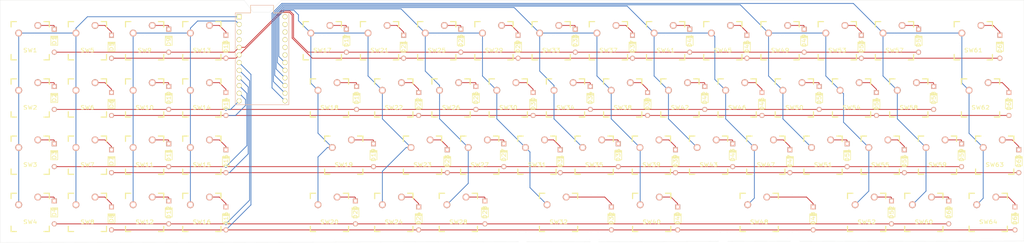
<source format=kicad_pcb>
(kicad_pcb (version 20171130) (host pcbnew 5.1.5)
  (layers (0 F.Cu signal) (31 B.Cu signal) (34 B.Paste user) (35 F.Paste user) (36 B.SilkS user) (37 F.SilkS user) (38 B.Mask user) (39 F.Mask user) (44 Edge.Cuts user))
  (net 0 "")
  (net 1 "Net-(D1-Pad2)")
  (net 2 R0A)
  (net 3 "Net-(D2-Pad2)")
  (net 4 R1A)
  (net 5 "Net-(D3-Pad2)")
  (net 6 R2A)
  (net 7 "Net-(D4-Pad2)")
  (net 8 R3A)
  (net 9 "Net-(D5-Pad2)")
  (net 10 R0B)
  (net 11 "Net-(D6-Pad2)")
  (net 12 R1B)
  (net 13 "Net-(D7-Pad2)")
  (net 14 R2B)
  (net 15 "Net-(D8-Pad2)")
  (net 16 R3B)
  (net 17 "Net-(D9-Pad2)")
  (net 18 "Net-(D10-Pad2)")
  (net 19 "Net-(D11-Pad2)")
  (net 20 "Net-(D12-Pad2)")
  (net 21 "Net-(D13-Pad2)")
  (net 22 "Net-(D14-Pad2)")
  (net 23 "Net-(D15-Pad2)")
  (net 24 "Net-(D16-Pad2)")
  (net 25 "Net-(D17-Pad2)")
  (net 26 "Net-(D18-Pad2)")
  (net 27 "Net-(D19-Pad2)")
  (net 28 "Net-(D20-Pad2)")
  (net 29 "Net-(D21-Pad2)")
  (net 30 "Net-(D22-Pad2)")
  (net 31 "Net-(D23-Pad2)")
  (net 32 "Net-(D24-Pad2)")
  (net 33 "Net-(D25-Pad2)")
  (net 34 "Net-(D26-Pad2)")
  (net 35 "Net-(D27-Pad2)")
  (net 36 "Net-(D28-Pad2)")
  (net 37 "Net-(D29-Pad2)")
  (net 38 "Net-(D30-Pad2)")
  (net 39 "Net-(D31-Pad2)")
  (net 40 "Net-(D32-Pad2)")
  (net 41 "Net-(D33-Pad2)")
  (net 42 "Net-(D34-Pad2)")
  (net 43 "Net-(D35-Pad2)")
  (net 44 "Net-(D37-Pad2)")
  (net 45 "Net-(D38-Pad2)")
  (net 46 "Net-(D39-Pad2)")
  (net 47 "Net-(D40-Pad2)")
  (net 48 "Net-(D41-Pad2)")
  (net 49 "Net-(D42-Pad2)")
  (net 50 "Net-(D43-Pad2)")
  (net 51 "Net-(D45-Pad2)")
  (net 52 "Net-(D46-Pad2)")
  (net 53 "Net-(D47-Pad2)")
  (net 54 "Net-(D48-Pad2)")
  (net 55 "Net-(D49-Pad2)")
  (net 56 "Net-(D50-Pad2)")
  (net 57 "Net-(D51-Pad2)")
  (net 58 "Net-(D52-Pad2)")
  (net 59 "Net-(D53-Pad2)")
  (net 60 "Net-(D54-Pad2)")
  (net 61 "Net-(D55-Pad2)")
  (net 62 "Net-(D57-Pad2)")
  (net 63 "Net-(D58-Pad2)")
  (net 64 "Net-(D59-Pad2)")
  (net 65 "Net-(D60-Pad2)")
  (net 66 "Net-(D61-Pad2)")
  (net 67 "Net-(D62-Pad2)")
  (net 68 "Net-(D63-Pad2)")
  (net 69 "Net-(D64-Pad2)")
  (net 70 C01)
  (net 71 C23)
  (net 72 C45)
  (net 73 C67)
  (net 74 C89)
  (net 75 CAB)
  (net 76 CCD)
  (net 77 CEF)
  (net 78 "Net-(U1-Pad24)")
  (net 79 "Net-(U1-Pad23)")
  (net 80 "Net-(U1-Pad22)")
  (net 81 "Net-(U1-Pad21)")
  (net 82 "Net-(U1-Pad20)")
  (net 83 "Net-(U1-Pad19)")
  (net 84 "Net-(U1-Pad4)")
  (net 85 "Net-(U1-Pad3)")
  (module Keebio-Parts:MX_PCB_125H (layer F.Cu) (at 348.125 87)
    (fp_text reference SW64 (at 0 3.175) (layer F.SilkS) (effects (font (size 1.27 1.524) (thickness 0.2032))))
    (fp_text value SW_PUSH hide)
    (pad HOLE np_thru_hole circle (at 5.08 0) (size 1.8 1.8) (drill 1.8) (layers *.Cu))
    (pad HOLE np_thru_hole circle (at -5.08 0) (size 1.8 1.8) (drill 1.8) (layers *.Cu))
    (pad HOLE np_thru_hole circle (at 0 0) (size 3.9878 3.9878) (drill 3.9878) (layers *.Cu))
    (pad 2 thru_hole circle (at -3.81 -2.54) (size 2.286 2.286) (drill 1.4986) (layers *.Cu *.SilkS *.Mask) (net 77 CEF))
    (pad 1 thru_hole circle (at 2.54 -5.08) (size 2.286 2.286) (drill 1.4986) (layers *.Cu *.SilkS *.Mask) (net 69 "Net-(D64-Pad2)"))
  )
  (module Keebio-Parts:MX_PCB_150H (layer F.Cu) (at 345.575 49)
    (fp_text reference SW62 (at 0 3.175) (layer F.SilkS) (effects (font (size 1.27 1.524) (thickness 0.2032))))
    (fp_text value SW_PUSH hide)
    (pad HOLE np_thru_hole circle (at 5.08 0) (size 1.8 1.8) (drill 1.8) (layers *.Cu))
    (pad HOLE np_thru_hole circle (at -5.08 0) (size 1.8 1.8) (drill 1.8) (layers *.Cu))
    (pad HOLE np_thru_hole circle (at 0 0) (size 3.9878 3.9878) (drill 3.9878) (layers *.Cu))
    (pad 2 thru_hole circle (at -3.81 -2.54) (size 2.286 2.286) (drill 1.4986) (layers *.Cu *.SilkS *.Mask) (net 77 CEF))
    (pad 1 thru_hole circle (at 2.54 -5.08) (size 2.286 2.286) (drill 1.4986) (layers *.Cu *.SilkS *.Mask) (net 67 "Net-(D62-Pad2)"))
  )
  (module Keebio-Parts:MX_PCB_175H (layer F.Cu) (at 343.175 30)
    (fp_text reference SW61 (at 0 3.175) (layer F.SilkS) (effects (font (size 1.27 1.524) (thickness 0.2032))))
    (fp_text value SW_PUSH hide)
    (pad HOLE np_thru_hole circle (at 5.08 0) (size 1.8 1.8) (drill 1.8) (layers *.Cu))
    (pad HOLE np_thru_hole circle (at -5.08 0) (size 1.8 1.8) (drill 1.8) (layers *.Cu))
    (pad HOLE np_thru_hole circle (at 0 0) (size 3.9878 3.9878) (drill 3.9878) (layers *.Cu))
    (pad 2 thru_hole circle (at -3.81 -2.54) (size 2.286 2.286) (drill 1.4986) (layers *.Cu *.SilkS *.Mask) (net 77 CEF))
    (pad 1 thru_hole circle (at 2.54 -5.08) (size 2.286 2.286) (drill 1.4986) (layers *.Cu *.SilkS *.Mask) (net 66 "Net-(D61-Pad2)"))
  )
  (module Keebio-Parts:MX_PCB_275H (layer F.Cu) (at 272.0675 87)
    (fp_text reference SW48 (at 0 3.175) (layer F.SilkS) (effects (font (size 1.27 1.524) (thickness 0.2032))))
    (fp_text value SW_PUSH hide)
    (pad HOLE np_thru_hole circle (at 11.938 8.255) (size 3.9878 3.9878) (drill 3.9878) (layers *.Cu))
    (pad HOLE np_thru_hole circle (at -11.938 8.255) (size 3.9878 3.9878) (drill 3.9878) (layers *.Cu))
    (pad HOLE np_thru_hole circle (at 11.938 -6.985) (size 3.048 3.048) (drill 3.048) (layers *.Cu))
    (pad HOLE np_thru_hole circle (at -11.938 -6.985) (size 3.048 3.048) (drill 3.048) (layers *.Cu))
    (pad HOLE np_thru_hole circle (at 5.08 0) (size 1.8 1.8) (drill 1.8) (layers *.Cu))
    (pad HOLE np_thru_hole circle (at -5.08 0) (size 1.8 1.8) (drill 1.8) (layers *.Cu))
    (pad HOLE np_thru_hole circle (at 0 0) (size 3.9878 3.9878) (drill 3.9878) (layers *.Cu))
    (pad 2 thru_hole circle (at -3.81 -2.54) (size 2.286 2.286) (drill 1.4986) (layers *.Cu *.SilkS *.Mask) (net 75 CAB))
    (pad 1 thru_hole circle (at 2.54 -5.08) (size 2.286 2.286) (drill 1.4986) (layers *.Cu *.SilkS *.Mask) (net 54 "Net-(D48-Pad2)"))
  )
  (module Keebio-Parts:MX_PCB_225H (layer F.Cu) (at 205.45 87)
    (fp_text reference SW32 (at 0 3.175) (layer F.SilkS) (effects (font (size 1.27 1.524) (thickness 0.2032))))
    (fp_text value SW_PUSH hide)
    (pad HOLE np_thru_hole circle (at 11.938 8.255) (size 3.9878 3.9878) (drill 3.9878) (layers *.Cu))
    (pad HOLE np_thru_hole circle (at -11.938 8.255) (size 3.9878 3.9878) (drill 3.9878) (layers *.Cu))
    (pad HOLE np_thru_hole circle (at 11.938 -6.985) (size 3.048 3.048) (drill 3.048) (layers *.Cu))
    (pad HOLE np_thru_hole circle (at -11.938 -6.985) (size 3.048 3.048) (drill 3.048) (layers *.Cu))
    (pad HOLE np_thru_hole circle (at 5.08 0) (size 1.8 1.8) (drill 1.8) (layers *.Cu))
    (pad HOLE np_thru_hole circle (at -5.08 0) (size 1.8 1.8) (drill 1.8) (layers *.Cu))
    (pad HOLE np_thru_hole circle (at 0 0) (size 3.9878 3.9878) (drill 3.9878) (layers *.Cu))
    (pad 2 thru_hole circle (at -3.81 -2.54) (size 2.286 2.286) (drill 1.4986) (layers *.Cu *.SilkS *.Mask) (net 73 C67))
    (pad 1 thru_hole circle (at 2.54 -5.08) (size 2.286 2.286) (drill 1.4986) (layers *.Cu *.SilkS *.Mask) (net 40 "Net-(D32-Pad2)"))
  )
  (module Keebio-Parts:MX_PCB_125H (layer F.Cu) (at 172.175 87)
    (fp_text reference SW28 (at 0 3.175) (layer F.SilkS) (effects (font (size 1.27 1.524) (thickness 0.2032))))
    (fp_text value SW_PUSH hide)
    (pad HOLE np_thru_hole circle (at 5.08 0) (size 1.8 1.8) (drill 1.8) (layers *.Cu))
    (pad HOLE np_thru_hole circle (at -5.08 0) (size 1.8 1.8) (drill 1.8) (layers *.Cu))
    (pad HOLE np_thru_hole circle (at 0 0) (size 3.9878 3.9878) (drill 3.9878) (layers *.Cu))
    (pad 2 thru_hole circle (at -3.81 -2.54) (size 2.286 2.286) (drill 1.4986) (layers *.Cu *.SilkS *.Mask) (net 73 C67))
    (pad 1 thru_hole circle (at 2.54 -5.08) (size 2.286 2.286) (drill 1.4986) (layers *.Cu *.SilkS *.Mask) (net 36 "Net-(D28-Pad2)"))
  )
  (module Keebio-Parts:MX_PCB_125H (layer F.Cu) (at 129.375 87)
    (fp_text reference SW20 (at 0 3.175) (layer F.SilkS) (effects (font (size 1.27 1.524) (thickness 0.2032))))
    (fp_text value SW_PUSH hide)
    (pad HOLE np_thru_hole circle (at 5.08 0) (size 1.8 1.8) (drill 1.8) (layers *.Cu))
    (pad HOLE np_thru_hole circle (at -5.08 0) (size 1.8 1.8) (drill 1.8) (layers *.Cu))
    (pad HOLE np_thru_hole circle (at 0 0) (size 3.9878 3.9878) (drill 3.9878) (layers *.Cu))
    (pad 2 thru_hole circle (at -3.81 -2.54) (size 2.286 2.286) (drill 1.4986) (layers *.Cu *.SilkS *.Mask) (net 72 C45))
    (pad 1 thru_hole circle (at 2.54 -5.08) (size 2.286 2.286) (drill 1.4986) (layers *.Cu *.SilkS *.Mask) (net 28 "Net-(D20-Pad2)"))
  )
  (module Keebio-Parts:MX_PCB_175H (layer F.Cu) (at 134.125 68)
    (fp_text reference SW19 (at 0 3.175) (layer F.SilkS) (effects (font (size 1.27 1.524) (thickness 0.2032))))
    (fp_text value SW_PUSH hide)
    (pad HOLE np_thru_hole circle (at 5.08 0) (size 1.8 1.8) (drill 1.8) (layers *.Cu))
    (pad HOLE np_thru_hole circle (at -5.08 0) (size 1.8 1.8) (drill 1.8) (layers *.Cu))
    (pad HOLE np_thru_hole circle (at 0 0) (size 3.9878 3.9878) (drill 3.9878) (layers *.Cu))
    (pad 2 thru_hole circle (at -3.81 -2.54) (size 2.286 2.286) (drill 1.4986) (layers *.Cu *.SilkS *.Mask) (net 72 C45))
    (pad 1 thru_hole circle (at 2.54 -5.08) (size 2.286 2.286) (drill 1.4986) (layers *.Cu *.SilkS *.Mask) (net 27 "Net-(D19-Pad2)"))
  )
  (module Keebio-Parts:MX_PCB_125H (layer F.Cu) (at 129.375 49)
    (fp_text reference SW18 (at 0 3.175) (layer F.SilkS) (effects (font (size 1.27 1.524) (thickness 0.2032))))
    (fp_text value SW_PUSH hide)
    (pad HOLE np_thru_hole circle (at 5.08 0) (size 1.8 1.8) (drill 1.8) (layers *.Cu))
    (pad HOLE np_thru_hole circle (at -5.08 0) (size 1.8 1.8) (drill 1.8) (layers *.Cu))
    (pad HOLE np_thru_hole circle (at 0 0) (size 3.9878 3.9878) (drill 3.9878) (layers *.Cu))
    (pad 2 thru_hole circle (at -3.81 -2.54) (size 2.286 2.286) (drill 1.4986) (layers *.Cu *.SilkS *.Mask) (net 72 C45))
    (pad 1 thru_hole circle (at 2.54 -5.08) (size 2.286 2.286) (drill 1.4986) (layers *.Cu *.SilkS *.Mask) (net 26 "Net-(D18-Pad2)"))
  )
  (module Keebio-Parts:MX_PCB_100H (layer F.Cu) (at 350.275 68)
    (fp_text reference SW63 (at 0 3.175) (layer F.SilkS) (effects (font (size 1.27 1.524) (thickness 0.2032))))
    (fp_text value SW_PUSH hide)
    (pad HOLE np_thru_hole circle (at 5.08 0) (size 1.8 1.8) (drill 1.8) (layers *.Cu))
    (pad HOLE np_thru_hole circle (at -5.08 0) (size 1.8 1.8) (drill 1.8) (layers *.Cu))
    (pad HOLE np_thru_hole circle (at 0 0) (size 3.9878 3.9878) (drill 3.9878) (layers *.Cu))
    (pad 2 thru_hole circle (at -3.81 -2.54) (size 2.286 2.286) (drill 1.4986) (layers *.Cu *.SilkS *.Mask) (net 77 CEF))
    (pad 1 thru_hole circle (at 2.54 -5.08) (size 2.286 2.286) (drill 1.4986) (layers *.Cu *.SilkS *.Mask) (net 68 "Net-(D63-Pad2)"))
  )
  (module Keebio-Parts:MX_PCB_100H (layer F.Cu) (at 326.75 87)
    (fp_text reference SW60 (at 0 3.175) (layer F.SilkS) (effects (font (size 1.27 1.524) (thickness 0.2032))))
    (fp_text value SW_PUSH hide)
    (pad HOLE np_thru_hole circle (at 5.08 0) (size 1.8 1.8) (drill 1.8) (layers *.Cu))
    (pad HOLE np_thru_hole circle (at -5.08 0) (size 1.8 1.8) (drill 1.8) (layers *.Cu))
    (pad HOLE np_thru_hole circle (at 0 0) (size 3.9878 3.9878) (drill 3.9878) (layers *.Cu))
    (pad 2 thru_hole circle (at -3.81 -2.54) (size 2.286 2.286) (drill 1.4986) (layers *.Cu *.SilkS *.Mask) (net 77 CEF))
    (pad 1 thru_hole circle (at 2.54 -5.08) (size 2.286 2.286) (drill 1.4986) (layers *.Cu *.SilkS *.Mask) (net 65 "Net-(D60-Pad2)"))
  )
  (module Keebio-Parts:MX_PCB_100H (layer F.Cu) (at 331.275 68)
    (fp_text reference SW59 (at 0 3.175) (layer F.SilkS) (effects (font (size 1.27 1.524) (thickness 0.2032))))
    (fp_text value SW_PUSH hide)
    (pad HOLE np_thru_hole circle (at 5.08 0) (size 1.8 1.8) (drill 1.8) (layers *.Cu))
    (pad HOLE np_thru_hole circle (at -5.08 0) (size 1.8 1.8) (drill 1.8) (layers *.Cu))
    (pad HOLE np_thru_hole circle (at 0 0) (size 3.9878 3.9878) (drill 3.9878) (layers *.Cu))
    (pad 2 thru_hole circle (at -3.81 -2.54) (size 2.286 2.286) (drill 1.4986) (layers *.Cu *.SilkS *.Mask) (net 77 CEF))
    (pad 1 thru_hole circle (at 2.54 -5.08) (size 2.286 2.286) (drill 1.4986) (layers *.Cu *.SilkS *.Mask) (net 64 "Net-(D59-Pad2)"))
  )
  (module Keebio-Parts:MX_PCB_100H (layer F.Cu) (at 321.75 49)
    (fp_text reference SW58 (at 0 3.175) (layer F.SilkS) (effects (font (size 1.27 1.524) (thickness 0.2032))))
    (fp_text value SW_PUSH hide)
    (pad HOLE np_thru_hole circle (at 5.08 0) (size 1.8 1.8) (drill 1.8) (layers *.Cu))
    (pad HOLE np_thru_hole circle (at -5.08 0) (size 1.8 1.8) (drill 1.8) (layers *.Cu))
    (pad HOLE np_thru_hole circle (at 0 0) (size 3.9878 3.9878) (drill 3.9878) (layers *.Cu))
    (pad 2 thru_hole circle (at -3.81 -2.54) (size 2.286 2.286) (drill 1.4986) (layers *.Cu *.SilkS *.Mask) (net 77 CEF))
    (pad 1 thru_hole circle (at 2.54 -5.08) (size 2.286 2.286) (drill 1.4986) (layers *.Cu *.SilkS *.Mask) (net 63 "Net-(D58-Pad2)"))
  )
  (module Keebio-Parts:MX_PCB_100H (layer F.Cu) (at 317 30)
    (fp_text reference SW57 (at 0 3.175) (layer F.SilkS) (effects (font (size 1.27 1.524) (thickness 0.2032))))
    (fp_text value SW_PUSH hide)
    (pad HOLE np_thru_hole circle (at 5.08 0) (size 1.8 1.8) (drill 1.8) (layers *.Cu))
    (pad HOLE np_thru_hole circle (at -5.08 0) (size 1.8 1.8) (drill 1.8) (layers *.Cu))
    (pad HOLE np_thru_hole circle (at 0 0) (size 3.9878 3.9878) (drill 3.9878) (layers *.Cu))
    (pad 2 thru_hole circle (at -3.81 -2.54) (size 2.286 2.286) (drill 1.4986) (layers *.Cu *.SilkS *.Mask) (net 77 CEF))
    (pad 1 thru_hole circle (at 2.54 -5.08) (size 2.286 2.286) (drill 1.4986) (layers *.Cu *.SilkS *.Mask) (net 62 "Net-(D57-Pad2)"))
  )
  (module Keebio-Parts:MX_PCB_100H (layer F.Cu) (at 312.275 68)
    (fp_text reference SW55 (at 0 3.175) (layer F.SilkS) (effects (font (size 1.27 1.524) (thickness 0.2032))))
    (fp_text value SW_PUSH hide)
    (pad HOLE np_thru_hole circle (at 5.08 0) (size 1.8 1.8) (drill 1.8) (layers *.Cu))
    (pad HOLE np_thru_hole circle (at -5.08 0) (size 1.8 1.8) (drill 1.8) (layers *.Cu))
    (pad HOLE np_thru_hole circle (at 0 0) (size 3.9878 3.9878) (drill 3.9878) (layers *.Cu))
    (pad 2 thru_hole circle (at -3.81 -2.54) (size 2.286 2.286) (drill 1.4986) (layers *.Cu *.SilkS *.Mask) (net 76 CCD))
    (pad 1 thru_hole circle (at 2.54 -5.08) (size 2.286 2.286) (drill 1.4986) (layers *.Cu *.SilkS *.Mask) (net 61 "Net-(D55-Pad2)"))
  )
  (module Keebio-Parts:MX_PCB_100H (layer F.Cu) (at 302.75 49)
    (fp_text reference SW54 (at 0 3.175) (layer F.SilkS) (effects (font (size 1.27 1.524) (thickness 0.2032))))
    (fp_text value SW_PUSH hide)
    (pad HOLE np_thru_hole circle (at 5.08 0) (size 1.8 1.8) (drill 1.8) (layers *.Cu))
    (pad HOLE np_thru_hole circle (at -5.08 0) (size 1.8 1.8) (drill 1.8) (layers *.Cu))
    (pad HOLE np_thru_hole circle (at 0 0) (size 3.9878 3.9878) (drill 3.9878) (layers *.Cu))
    (pad 2 thru_hole circle (at -3.81 -2.54) (size 2.286 2.286) (drill 1.4986) (layers *.Cu *.SilkS *.Mask) (net 76 CCD))
    (pad 1 thru_hole circle (at 2.54 -5.08) (size 2.286 2.286) (drill 1.4986) (layers *.Cu *.SilkS *.Mask) (net 60 "Net-(D54-Pad2)"))
  )
  (module Keebio-Parts:MX_PCB_100H (layer F.Cu) (at 298 30)
    (fp_text reference SW53 (at 0 3.175) (layer F.SilkS) (effects (font (size 1.27 1.524) (thickness 0.2032))))
    (fp_text value SW_PUSH hide)
    (pad HOLE np_thru_hole circle (at 5.08 0) (size 1.8 1.8) (drill 1.8) (layers *.Cu))
    (pad HOLE np_thru_hole circle (at -5.08 0) (size 1.8 1.8) (drill 1.8) (layers *.Cu))
    (pad HOLE np_thru_hole circle (at 0 0) (size 3.9878 3.9878) (drill 3.9878) (layers *.Cu))
    (pad 2 thru_hole circle (at -3.81 -2.54) (size 2.286 2.286) (drill 1.4986) (layers *.Cu *.SilkS *.Mask) (net 76 CCD))
    (pad 1 thru_hole circle (at 2.54 -5.08) (size 2.286 2.286) (drill 1.4986) (layers *.Cu *.SilkS *.Mask) (net 59 "Net-(D53-Pad2)"))
  )
  (module Keebio-Parts:MX_PCB_100H (layer F.Cu) (at 307.75 87)
    (fp_text reference SW52 (at 0 3.175) (layer F.SilkS) (effects (font (size 1.27 1.524) (thickness 0.2032))))
    (fp_text value SW_PUSH hide)
    (pad HOLE np_thru_hole circle (at 5.08 0) (size 1.8 1.8) (drill 1.8) (layers *.Cu))
    (pad HOLE np_thru_hole circle (at -5.08 0) (size 1.8 1.8) (drill 1.8) (layers *.Cu))
    (pad HOLE np_thru_hole circle (at 0 0) (size 3.9878 3.9878) (drill 3.9878) (layers *.Cu))
    (pad 2 thru_hole circle (at -3.81 -2.54) (size 2.286 2.286) (drill 1.4986) (layers *.Cu *.SilkS *.Mask) (net 76 CCD))
    (pad 1 thru_hole circle (at 2.54 -5.08) (size 2.286 2.286) (drill 1.4986) (layers *.Cu *.SilkS *.Mask) (net 58 "Net-(D52-Pad2)"))
  )
  (module Keebio-Parts:MX_PCB_100H (layer F.Cu) (at 293.275 68)
    (fp_text reference SW51 (at 0 3.175) (layer F.SilkS) (effects (font (size 1.27 1.524) (thickness 0.2032))))
    (fp_text value SW_PUSH hide)
    (pad HOLE np_thru_hole circle (at 5.08 0) (size 1.8 1.8) (drill 1.8) (layers *.Cu))
    (pad HOLE np_thru_hole circle (at -5.08 0) (size 1.8 1.8) (drill 1.8) (layers *.Cu))
    (pad HOLE np_thru_hole circle (at 0 0) (size 3.9878 3.9878) (drill 3.9878) (layers *.Cu))
    (pad 2 thru_hole circle (at -3.81 -2.54) (size 2.286 2.286) (drill 1.4986) (layers *.Cu *.SilkS *.Mask) (net 76 CCD))
    (pad 1 thru_hole circle (at 2.54 -5.08) (size 2.286 2.286) (drill 1.4986) (layers *.Cu *.SilkS *.Mask) (net 57 "Net-(D51-Pad2)"))
  )
  (module Keebio-Parts:MX_PCB_100H (layer F.Cu) (at 283.75 49)
    (fp_text reference SW50 (at 0 3.175) (layer F.SilkS) (effects (font (size 1.27 1.524) (thickness 0.2032))))
    (fp_text value SW_PUSH hide)
    (pad HOLE np_thru_hole circle (at 5.08 0) (size 1.8 1.8) (drill 1.8) (layers *.Cu))
    (pad HOLE np_thru_hole circle (at -5.08 0) (size 1.8 1.8) (drill 1.8) (layers *.Cu))
    (pad HOLE np_thru_hole circle (at 0 0) (size 3.9878 3.9878) (drill 3.9878) (layers *.Cu))
    (pad 2 thru_hole circle (at -3.81 -2.54) (size 2.286 2.286) (drill 1.4986) (layers *.Cu *.SilkS *.Mask) (net 76 CCD))
    (pad 1 thru_hole circle (at 2.54 -5.08) (size 2.286 2.286) (drill 1.4986) (layers *.Cu *.SilkS *.Mask) (net 56 "Net-(D50-Pad2)"))
  )
  (module Keebio-Parts:MX_PCB_100H (layer F.Cu) (at 279 30)
    (fp_text reference SW49 (at 0 3.175) (layer F.SilkS) (effects (font (size 1.27 1.524) (thickness 0.2032))))
    (fp_text value SW_PUSH hide)
    (pad HOLE np_thru_hole circle (at 5.08 0) (size 1.8 1.8) (drill 1.8) (layers *.Cu))
    (pad HOLE np_thru_hole circle (at -5.08 0) (size 1.8 1.8) (drill 1.8) (layers *.Cu))
    (pad HOLE np_thru_hole circle (at 0 0) (size 3.9878 3.9878) (drill 3.9878) (layers *.Cu))
    (pad 2 thru_hole circle (at -3.81 -2.54) (size 2.286 2.286) (drill 1.4986) (layers *.Cu *.SilkS *.Mask) (net 76 CCD))
    (pad 1 thru_hole circle (at 2.54 -5.08) (size 2.286 2.286) (drill 1.4986) (layers *.Cu *.SilkS *.Mask) (net 55 "Net-(D49-Pad2)"))
  )
  (module Keebio-Parts:MX_PCB_100H (layer F.Cu) (at 274.275 68)
    (fp_text reference SW47 (at 0 3.175) (layer F.SilkS) (effects (font (size 1.27 1.524) (thickness 0.2032))))
    (fp_text value SW_PUSH hide)
    (pad HOLE np_thru_hole circle (at 5.08 0) (size 1.8 1.8) (drill 1.8) (layers *.Cu))
    (pad HOLE np_thru_hole circle (at -5.08 0) (size 1.8 1.8) (drill 1.8) (layers *.Cu))
    (pad HOLE np_thru_hole circle (at 0 0) (size 3.9878 3.9878) (drill 3.9878) (layers *.Cu))
    (pad 2 thru_hole circle (at -3.81 -2.54) (size 2.286 2.286) (drill 1.4986) (layers *.Cu *.SilkS *.Mask) (net 75 CAB))
    (pad 1 thru_hole circle (at 2.54 -5.08) (size 2.286 2.286) (drill 1.4986) (layers *.Cu *.SilkS *.Mask) (net 53 "Net-(D47-Pad2)"))
  )
  (module Keebio-Parts:MX_PCB_100H (layer F.Cu) (at 264.75 49)
    (fp_text reference SW46 (at 0 3.175) (layer F.SilkS) (effects (font (size 1.27 1.524) (thickness 0.2032))))
    (fp_text value SW_PUSH hide)
    (pad HOLE np_thru_hole circle (at 5.08 0) (size 1.8 1.8) (drill 1.8) (layers *.Cu))
    (pad HOLE np_thru_hole circle (at -5.08 0) (size 1.8 1.8) (drill 1.8) (layers *.Cu))
    (pad HOLE np_thru_hole circle (at 0 0) (size 3.9878 3.9878) (drill 3.9878) (layers *.Cu))
    (pad 2 thru_hole circle (at -3.81 -2.54) (size 2.286 2.286) (drill 1.4986) (layers *.Cu *.SilkS *.Mask) (net 75 CAB))
    (pad 1 thru_hole circle (at 2.54 -5.08) (size 2.286 2.286) (drill 1.4986) (layers *.Cu *.SilkS *.Mask) (net 52 "Net-(D46-Pad2)"))
  )
  (module Keebio-Parts:MX_PCB_100H (layer F.Cu) (at 260 30)
    (fp_text reference SW45 (at 0 3.175) (layer F.SilkS) (effects (font (size 1.27 1.524) (thickness 0.2032))))
    (fp_text value SW_PUSH hide)
    (pad HOLE np_thru_hole circle (at 5.08 0) (size 1.8 1.8) (drill 1.8) (layers *.Cu))
    (pad HOLE np_thru_hole circle (at -5.08 0) (size 1.8 1.8) (drill 1.8) (layers *.Cu))
    (pad HOLE np_thru_hole circle (at 0 0) (size 3.9878 3.9878) (drill 3.9878) (layers *.Cu))
    (pad 2 thru_hole circle (at -3.81 -2.54) (size 2.286 2.286) (drill 1.4986) (layers *.Cu *.SilkS *.Mask) (net 75 CAB))
    (pad 1 thru_hole circle (at 2.54 -5.08) (size 2.286 2.286) (drill 1.4986) (layers *.Cu *.SilkS *.Mask) (net 51 "Net-(D45-Pad2)"))
  )
  (module Keebio-Parts:MX_PCB_100H (layer F.Cu) (at 255.275 68)
    (fp_text reference SW43 (at 0 3.175) (layer F.SilkS) (effects (font (size 1.27 1.524) (thickness 0.2032))))
    (fp_text value SW_PUSH hide)
    (pad HOLE np_thru_hole circle (at 5.08 0) (size 1.8 1.8) (drill 1.8) (layers *.Cu))
    (pad HOLE np_thru_hole circle (at -5.08 0) (size 1.8 1.8) (drill 1.8) (layers *.Cu))
    (pad HOLE np_thru_hole circle (at 0 0) (size 3.9878 3.9878) (drill 3.9878) (layers *.Cu))
    (pad 2 thru_hole circle (at -3.81 -2.54) (size 2.286 2.286) (drill 1.4986) (layers *.Cu *.SilkS *.Mask) (net 75 CAB))
    (pad 1 thru_hole circle (at 2.54 -5.08) (size 2.286 2.286) (drill 1.4986) (layers *.Cu *.SilkS *.Mask) (net 50 "Net-(D43-Pad2)"))
  )
  (module Keebio-Parts:MX_PCB_100H (layer F.Cu) (at 245.75 49)
    (fp_text reference SW42 (at 0 3.175) (layer F.SilkS) (effects (font (size 1.27 1.524) (thickness 0.2032))))
    (fp_text value SW_PUSH hide)
    (pad HOLE np_thru_hole circle (at 5.08 0) (size 1.8 1.8) (drill 1.8) (layers *.Cu))
    (pad HOLE np_thru_hole circle (at -5.08 0) (size 1.8 1.8) (drill 1.8) (layers *.Cu))
    (pad HOLE np_thru_hole circle (at 0 0) (size 3.9878 3.9878) (drill 3.9878) (layers *.Cu))
    (pad 2 thru_hole circle (at -3.81 -2.54) (size 2.286 2.286) (drill 1.4986) (layers *.Cu *.SilkS *.Mask) (net 75 CAB))
    (pad 1 thru_hole circle (at 2.54 -5.08) (size 2.286 2.286) (drill 1.4986) (layers *.Cu *.SilkS *.Mask) (net 49 "Net-(D42-Pad2)"))
  )
  (module Keebio-Parts:MX_PCB_100H (layer F.Cu) (at 241 30)
    (fp_text reference SW41 (at 0 3.175) (layer F.SilkS) (effects (font (size 1.27 1.524) (thickness 0.2032))))
    (fp_text value SW_PUSH hide)
    (pad HOLE np_thru_hole circle (at 5.08 0) (size 1.8 1.8) (drill 1.8) (layers *.Cu))
    (pad HOLE np_thru_hole circle (at -5.08 0) (size 1.8 1.8) (drill 1.8) (layers *.Cu))
    (pad HOLE np_thru_hole circle (at 0 0) (size 3.9878 3.9878) (drill 3.9878) (layers *.Cu))
    (pad 2 thru_hole circle (at -3.81 -2.54) (size 2.286 2.286) (drill 1.4986) (layers *.Cu *.SilkS *.Mask) (net 75 CAB))
    (pad 1 thru_hole circle (at 2.54 -5.08) (size 2.286 2.286) (drill 1.4986) (layers *.Cu *.SilkS *.Mask) (net 48 "Net-(D41-Pad2)"))
  )
  (module Keebio-Parts:MX_PCB_100H (layer F.Cu) (at 236.375 87)
    (fp_text reference SW40 (at 0 3.175) (layer F.SilkS) (effects (font (size 1.27 1.524) (thickness 0.2032))))
    (fp_text value SW_PUSH hide)
    (pad HOLE np_thru_hole circle (at 5.08 0) (size 1.8 1.8) (drill 1.8) (layers *.Cu))
    (pad HOLE np_thru_hole circle (at -5.08 0) (size 1.8 1.8) (drill 1.8) (layers *.Cu))
    (pad HOLE np_thru_hole circle (at 0 0) (size 3.9878 3.9878) (drill 3.9878) (layers *.Cu))
    (pad 2 thru_hole circle (at -3.81 -2.54) (size 2.286 2.286) (drill 1.4986) (layers *.Cu *.SilkS *.Mask) (net 74 C89))
    (pad 1 thru_hole circle (at 2.54 -5.08) (size 2.286 2.286) (drill 1.4986) (layers *.Cu *.SilkS *.Mask) (net 47 "Net-(D40-Pad2)"))
  )
  (module Keebio-Parts:MX_PCB_100H (layer F.Cu) (at 236.275 68)
    (fp_text reference SW39 (at 0 3.175) (layer F.SilkS) (effects (font (size 1.27 1.524) (thickness 0.2032))))
    (fp_text value SW_PUSH hide)
    (pad HOLE np_thru_hole circle (at 5.08 0) (size 1.8 1.8) (drill 1.8) (layers *.Cu))
    (pad HOLE np_thru_hole circle (at -5.08 0) (size 1.8 1.8) (drill 1.8) (layers *.Cu))
    (pad HOLE np_thru_hole circle (at 0 0) (size 3.9878 3.9878) (drill 3.9878) (layers *.Cu))
    (pad 2 thru_hole circle (at -3.81 -2.54) (size 2.286 2.286) (drill 1.4986) (layers *.Cu *.SilkS *.Mask) (net 74 C89))
    (pad 1 thru_hole circle (at 2.54 -5.08) (size 2.286 2.286) (drill 1.4986) (layers *.Cu *.SilkS *.Mask) (net 46 "Net-(D39-Pad2)"))
  )
  (module Keebio-Parts:MX_PCB_100H (layer F.Cu) (at 226.75 49)
    (fp_text reference SW38 (at 0 3.175) (layer F.SilkS) (effects (font (size 1.27 1.524) (thickness 0.2032))))
    (fp_text value SW_PUSH hide)
    (pad HOLE np_thru_hole circle (at 5.08 0) (size 1.8 1.8) (drill 1.8) (layers *.Cu))
    (pad HOLE np_thru_hole circle (at -5.08 0) (size 1.8 1.8) (drill 1.8) (layers *.Cu))
    (pad HOLE np_thru_hole circle (at 0 0) (size 3.9878 3.9878) (drill 3.9878) (layers *.Cu))
    (pad 2 thru_hole circle (at -3.81 -2.54) (size 2.286 2.286) (drill 1.4986) (layers *.Cu *.SilkS *.Mask) (net 74 C89))
    (pad 1 thru_hole circle (at 2.54 -5.08) (size 2.286 2.286) (drill 1.4986) (layers *.Cu *.SilkS *.Mask) (net 45 "Net-(D38-Pad2)"))
  )
  (module Keebio-Parts:MX_PCB_100H (layer F.Cu) (at 222 30)
    (fp_text reference SW37 (at 0 3.175) (layer F.SilkS) (effects (font (size 1.27 1.524) (thickness 0.2032))))
    (fp_text value SW_PUSH hide)
    (pad HOLE np_thru_hole circle (at 5.08 0) (size 1.8 1.8) (drill 1.8) (layers *.Cu))
    (pad HOLE np_thru_hole circle (at -5.08 0) (size 1.8 1.8) (drill 1.8) (layers *.Cu))
    (pad HOLE np_thru_hole circle (at 0 0) (size 3.9878 3.9878) (drill 3.9878) (layers *.Cu))
    (pad 2 thru_hole circle (at -3.81 -2.54) (size 2.286 2.286) (drill 1.4986) (layers *.Cu *.SilkS *.Mask) (net 74 C89))
    (pad 1 thru_hole circle (at 2.54 -5.08) (size 2.286 2.286) (drill 1.4986) (layers *.Cu *.SilkS *.Mask) (net 44 "Net-(D37-Pad2)"))
  )
  (module Keebio-Parts:MX_PCB_100H (layer F.Cu) (at 217.275 68)
    (fp_text reference SW35 (at 0 3.175) (layer F.SilkS) (effects (font (size 1.27 1.524) (thickness 0.2032))))
    (fp_text value SW_PUSH hide)
    (pad HOLE np_thru_hole circle (at 5.08 0) (size 1.8 1.8) (drill 1.8) (layers *.Cu))
    (pad HOLE np_thru_hole circle (at -5.08 0) (size 1.8 1.8) (drill 1.8) (layers *.Cu))
    (pad HOLE np_thru_hole circle (at 0 0) (size 3.9878 3.9878) (drill 3.9878) (layers *.Cu))
    (pad 2 thru_hole circle (at -3.81 -2.54) (size 2.286 2.286) (drill 1.4986) (layers *.Cu *.SilkS *.Mask) (net 74 C89))
    (pad 1 thru_hole circle (at 2.54 -5.08) (size 2.286 2.286) (drill 1.4986) (layers *.Cu *.SilkS *.Mask) (net 43 "Net-(D35-Pad2)"))
  )
  (module Keebio-Parts:MX_PCB_100H (layer F.Cu) (at 207.75 49)
    (fp_text reference SW34 (at 0 3.175) (layer F.SilkS) (effects (font (size 1.27 1.524) (thickness 0.2032))))
    (fp_text value SW_PUSH hide)
    (pad HOLE np_thru_hole circle (at 5.08 0) (size 1.8 1.8) (drill 1.8) (layers *.Cu))
    (pad HOLE np_thru_hole circle (at -5.08 0) (size 1.8 1.8) (drill 1.8) (layers *.Cu))
    (pad HOLE np_thru_hole circle (at 0 0) (size 3.9878 3.9878) (drill 3.9878) (layers *.Cu))
    (pad 2 thru_hole circle (at -3.81 -2.54) (size 2.286 2.286) (drill 1.4986) (layers *.Cu *.SilkS *.Mask) (net 74 C89))
    (pad 1 thru_hole circle (at 2.54 -5.08) (size 2.286 2.286) (drill 1.4986) (layers *.Cu *.SilkS *.Mask) (net 42 "Net-(D34-Pad2)"))
  )
  (module Keebio-Parts:MX_PCB_100H (layer F.Cu) (at 203 30)
    (fp_text reference SW33 (at 0 3.175) (layer F.SilkS) (effects (font (size 1.27 1.524) (thickness 0.2032))))
    (fp_text value SW_PUSH hide)
    (pad HOLE np_thru_hole circle (at 5.08 0) (size 1.8 1.8) (drill 1.8) (layers *.Cu))
    (pad HOLE np_thru_hole circle (at -5.08 0) (size 1.8 1.8) (drill 1.8) (layers *.Cu))
    (pad HOLE np_thru_hole circle (at 0 0) (size 3.9878 3.9878) (drill 3.9878) (layers *.Cu))
    (pad 2 thru_hole circle (at -3.81 -2.54) (size 2.286 2.286) (drill 1.4986) (layers *.Cu *.SilkS *.Mask) (net 74 C89))
    (pad 1 thru_hole circle (at 2.54 -5.08) (size 2.286 2.286) (drill 1.4986) (layers *.Cu *.SilkS *.Mask) (net 41 "Net-(D33-Pad2)"))
  )
  (module Keebio-Parts:MX_PCB_100H (layer F.Cu) (at 198.275 68)
    (fp_text reference SW31 (at 0 3.175) (layer F.SilkS) (effects (font (size 1.27 1.524) (thickness 0.2032))))
    (fp_text value SW_PUSH hide)
    (pad HOLE np_thru_hole circle (at 5.08 0) (size 1.8 1.8) (drill 1.8) (layers *.Cu))
    (pad HOLE np_thru_hole circle (at -5.08 0) (size 1.8 1.8) (drill 1.8) (layers *.Cu))
    (pad HOLE np_thru_hole circle (at 0 0) (size 3.9878 3.9878) (drill 3.9878) (layers *.Cu))
    (pad 2 thru_hole circle (at -3.81 -2.54) (size 2.286 2.286) (drill 1.4986) (layers *.Cu *.SilkS *.Mask) (net 73 C67))
    (pad 1 thru_hole circle (at 2.54 -5.08) (size 2.286 2.286) (drill 1.4986) (layers *.Cu *.SilkS *.Mask) (net 39 "Net-(D31-Pad2)"))
  )
  (module Keebio-Parts:MX_PCB_100H (layer F.Cu) (at 188.75 49)
    (fp_text reference SW30 (at 0 3.175) (layer F.SilkS) (effects (font (size 1.27 1.524) (thickness 0.2032))))
    (fp_text value SW_PUSH hide)
    (pad HOLE np_thru_hole circle (at 5.08 0) (size 1.8 1.8) (drill 1.8) (layers *.Cu))
    (pad HOLE np_thru_hole circle (at -5.08 0) (size 1.8 1.8) (drill 1.8) (layers *.Cu))
    (pad HOLE np_thru_hole circle (at 0 0) (size 3.9878 3.9878) (drill 3.9878) (layers *.Cu))
    (pad 2 thru_hole circle (at -3.81 -2.54) (size 2.286 2.286) (drill 1.4986) (layers *.Cu *.SilkS *.Mask) (net 73 C67))
    (pad 1 thru_hole circle (at 2.54 -5.08) (size 2.286 2.286) (drill 1.4986) (layers *.Cu *.SilkS *.Mask) (net 38 "Net-(D30-Pad2)"))
  )
  (module Keebio-Parts:MX_PCB_100H (layer F.Cu) (at 184 30)
    (fp_text reference SW29 (at 0 3.175) (layer F.SilkS) (effects (font (size 1.27 1.524) (thickness 0.2032))))
    (fp_text value SW_PUSH hide)
    (pad HOLE np_thru_hole circle (at 5.08 0) (size 1.8 1.8) (drill 1.8) (layers *.Cu))
    (pad HOLE np_thru_hole circle (at -5.08 0) (size 1.8 1.8) (drill 1.8) (layers *.Cu))
    (pad HOLE np_thru_hole circle (at 0 0) (size 3.9878 3.9878) (drill 3.9878) (layers *.Cu))
    (pad 2 thru_hole circle (at -3.81 -2.54) (size 2.286 2.286) (drill 1.4986) (layers *.Cu *.SilkS *.Mask) (net 73 C67))
    (pad 1 thru_hole circle (at 2.54 -5.08) (size 2.286 2.286) (drill 1.4986) (layers *.Cu *.SilkS *.Mask) (net 37 "Net-(D29-Pad2)"))
  )
  (module Keebio-Parts:MX_PCB_100H (layer F.Cu) (at 179.275 68)
    (fp_text reference SW27 (at 0 3.175) (layer F.SilkS) (effects (font (size 1.27 1.524) (thickness 0.2032))))
    (fp_text value SW_PUSH hide)
    (pad HOLE np_thru_hole circle (at 5.08 0) (size 1.8 1.8) (drill 1.8) (layers *.Cu))
    (pad HOLE np_thru_hole circle (at -5.08 0) (size 1.8 1.8) (drill 1.8) (layers *.Cu))
    (pad HOLE np_thru_hole circle (at 0 0) (size 3.9878 3.9878) (drill 3.9878) (layers *.Cu))
    (pad 2 thru_hole circle (at -3.81 -2.54) (size 2.286 2.286) (drill 1.4986) (layers *.Cu *.SilkS *.Mask) (net 73 C67))
    (pad 1 thru_hole circle (at 2.54 -5.08) (size 2.286 2.286) (drill 1.4986) (layers *.Cu *.SilkS *.Mask) (net 35 "Net-(D27-Pad2)"))
  )
  (module Keebio-Parts:MX_PCB_100H (layer F.Cu) (at 169.75 49)
    (fp_text reference SW26 (at 0 3.175) (layer F.SilkS) (effects (font (size 1.27 1.524) (thickness 0.2032))))
    (fp_text value SW_PUSH hide)
    (pad HOLE np_thru_hole circle (at 5.08 0) (size 1.8 1.8) (drill 1.8) (layers *.Cu))
    (pad HOLE np_thru_hole circle (at -5.08 0) (size 1.8 1.8) (drill 1.8) (layers *.Cu))
    (pad HOLE np_thru_hole circle (at 0 0) (size 3.9878 3.9878) (drill 3.9878) (layers *.Cu))
    (pad 2 thru_hole circle (at -3.81 -2.54) (size 2.286 2.286) (drill 1.4986) (layers *.Cu *.SilkS *.Mask) (net 73 C67))
    (pad 1 thru_hole circle (at 2.54 -5.08) (size 2.286 2.286) (drill 1.4986) (layers *.Cu *.SilkS *.Mask) (net 34 "Net-(D26-Pad2)"))
  )
  (module Keebio-Parts:MX_PCB_100H (layer F.Cu) (at 165 30)
    (fp_text reference SW25 (at 0 3.175) (layer F.SilkS) (effects (font (size 1.27 1.524) (thickness 0.2032))))
    (fp_text value SW_PUSH hide)
    (pad HOLE np_thru_hole circle (at 5.08 0) (size 1.8 1.8) (drill 1.8) (layers *.Cu))
    (pad HOLE np_thru_hole circle (at -5.08 0) (size 1.8 1.8) (drill 1.8) (layers *.Cu))
    (pad HOLE np_thru_hole circle (at 0 0) (size 3.9878 3.9878) (drill 3.9878) (layers *.Cu))
    (pad 2 thru_hole circle (at -3.81 -2.54) (size 2.286 2.286) (drill 1.4986) (layers *.Cu *.SilkS *.Mask) (net 73 C67))
    (pad 1 thru_hole circle (at 2.54 -5.08) (size 2.286 2.286) (drill 1.4986) (layers *.Cu *.SilkS *.Mask) (net 33 "Net-(D25-Pad2)"))
  )
  (module Keebio-Parts:MX_PCB_100H (layer F.Cu) (at 150.75 87)
    (fp_text reference SW24 (at 0 3.175) (layer F.SilkS) (effects (font (size 1.27 1.524) (thickness 0.2032))))
    (fp_text value SW_PUSH hide)
    (pad HOLE np_thru_hole circle (at 5.08 0) (size 1.8 1.8) (drill 1.8) (layers *.Cu))
    (pad HOLE np_thru_hole circle (at -5.08 0) (size 1.8 1.8) (drill 1.8) (layers *.Cu))
    (pad HOLE np_thru_hole circle (at 0 0) (size 3.9878 3.9878) (drill 3.9878) (layers *.Cu))
    (pad 2 thru_hole circle (at -3.81 -2.54) (size 2.286 2.286) (drill 1.4986) (layers *.Cu *.SilkS *.Mask) (net 72 C45))
    (pad 1 thru_hole circle (at 2.54 -5.08) (size 2.286 2.286) (drill 1.4986) (layers *.Cu *.SilkS *.Mask) (net 32 "Net-(D24-Pad2)"))
  )
  (module Keebio-Parts:MX_PCB_100H (layer F.Cu) (at 160.275 68)
    (fp_text reference SW23 (at 0 3.175) (layer F.SilkS) (effects (font (size 1.27 1.524) (thickness 0.2032))))
    (fp_text value SW_PUSH hide)
    (pad HOLE np_thru_hole circle (at 5.08 0) (size 1.8 1.8) (drill 1.8) (layers *.Cu))
    (pad HOLE np_thru_hole circle (at -5.08 0) (size 1.8 1.8) (drill 1.8) (layers *.Cu))
    (pad HOLE np_thru_hole circle (at 0 0) (size 3.9878 3.9878) (drill 3.9878) (layers *.Cu))
    (pad 2 thru_hole circle (at -3.81 -2.54) (size 2.286 2.286) (drill 1.4986) (layers *.Cu *.SilkS *.Mask) (net 72 C45))
    (pad 1 thru_hole circle (at 2.54 -5.08) (size 2.286 2.286) (drill 1.4986) (layers *.Cu *.SilkS *.Mask) (net 31 "Net-(D23-Pad2)"))
  )
  (module Keebio-Parts:MX_PCB_100H (layer F.Cu) (at 150.75 49)
    (fp_text reference SW22 (at 0 3.175) (layer F.SilkS) (effects (font (size 1.27 1.524) (thickness 0.2032))))
    (fp_text value SW_PUSH hide)
    (pad HOLE np_thru_hole circle (at 5.08 0) (size 1.8 1.8) (drill 1.8) (layers *.Cu))
    (pad HOLE np_thru_hole circle (at -5.08 0) (size 1.8 1.8) (drill 1.8) (layers *.Cu))
    (pad HOLE np_thru_hole circle (at 0 0) (size 3.9878 3.9878) (drill 3.9878) (layers *.Cu))
    (pad 2 thru_hole circle (at -3.81 -2.54) (size 2.286 2.286) (drill 1.4986) (layers *.Cu *.SilkS *.Mask) (net 72 C45))
    (pad 1 thru_hole circle (at 2.54 -5.08) (size 2.286 2.286) (drill 1.4986) (layers *.Cu *.SilkS *.Mask) (net 30 "Net-(D22-Pad2)"))
  )
  (module Keebio-Parts:MX_PCB_100H (layer F.Cu) (at 146 30)
    (fp_text reference SW21 (at 0 3.175) (layer F.SilkS) (effects (font (size 1.27 1.524) (thickness 0.2032))))
    (fp_text value SW_PUSH hide)
    (pad HOLE np_thru_hole circle (at 5.08 0) (size 1.8 1.8) (drill 1.8) (layers *.Cu))
    (pad HOLE np_thru_hole circle (at -5.08 0) (size 1.8 1.8) (drill 1.8) (layers *.Cu))
    (pad HOLE np_thru_hole circle (at 0 0) (size 3.9878 3.9878) (drill 3.9878) (layers *.Cu))
    (pad 2 thru_hole circle (at -3.81 -2.54) (size 2.286 2.286) (drill 1.4986) (layers *.Cu *.SilkS *.Mask) (net 72 C45))
    (pad 1 thru_hole circle (at 2.54 -5.08) (size 2.286 2.286) (drill 1.4986) (layers *.Cu *.SilkS *.Mask) (net 29 "Net-(D21-Pad2)"))
  )
  (module Keebio-Parts:MX_PCB_100H (layer F.Cu) (at 127 30)
    (fp_text reference SW17 (at 0 3.175) (layer F.SilkS) (effects (font (size 1.27 1.524) (thickness 0.2032))))
    (fp_text value SW_PUSH hide)
    (pad HOLE np_thru_hole circle (at 5.08 0) (size 1.8 1.8) (drill 1.8) (layers *.Cu))
    (pad HOLE np_thru_hole circle (at -5.08 0) (size 1.8 1.8) (drill 1.8) (layers *.Cu))
    (pad HOLE np_thru_hole circle (at 0 0) (size 3.9878 3.9878) (drill 3.9878) (layers *.Cu))
    (pad 2 thru_hole circle (at -3.81 -2.54) (size 2.286 2.286) (drill 1.4986) (layers *.Cu *.SilkS *.Mask) (net 72 C45))
    (pad 1 thru_hole circle (at 2.54 -5.08) (size 2.286 2.286) (drill 1.4986) (layers *.Cu *.SilkS *.Mask) (net 25 "Net-(D17-Pad2)"))
  )
  (module Keebio-Parts:MX_PCB_100H (layer F.Cu) (at 87 87)
    (fp_text reference SW16 (at 0 3.175) (layer F.SilkS) (effects (font (size 1.27 1.524) (thickness 0.2032))))
    (fp_text value SW_PUSH hide)
    (pad HOLE np_thru_hole circle (at 5.08 0) (size 1.8 1.8) (drill 1.8) (layers *.Cu))
    (pad HOLE np_thru_hole circle (at -5.08 0) (size 1.8 1.8) (drill 1.8) (layers *.Cu))
    (pad HOLE np_thru_hole circle (at 0 0) (size 3.9878 3.9878) (drill 3.9878) (layers *.Cu))
    (pad 2 thru_hole circle (at -3.81 -2.54) (size 2.286 2.286) (drill 1.4986) (layers *.Cu *.SilkS *.Mask) (net 71 C23))
    (pad 1 thru_hole circle (at 2.54 -5.08) (size 2.286 2.286) (drill 1.4986) (layers *.Cu *.SilkS *.Mask) (net 24 "Net-(D16-Pad2)"))
  )
  (module Keebio-Parts:MX_PCB_100H (layer F.Cu) (at 87 68)
    (fp_text reference SW15 (at 0 3.175) (layer F.SilkS) (effects (font (size 1.27 1.524) (thickness 0.2032))))
    (fp_text value SW_PUSH hide)
    (pad HOLE np_thru_hole circle (at 5.08 0) (size 1.8 1.8) (drill 1.8) (layers *.Cu))
    (pad HOLE np_thru_hole circle (at -5.08 0) (size 1.8 1.8) (drill 1.8) (layers *.Cu))
    (pad HOLE np_thru_hole circle (at 0 0) (size 3.9878 3.9878) (drill 3.9878) (layers *.Cu))
    (pad 2 thru_hole circle (at -3.81 -2.54) (size 2.286 2.286) (drill 1.4986) (layers *.Cu *.SilkS *.Mask) (net 71 C23))
    (pad 1 thru_hole circle (at 2.54 -5.08) (size 2.286 2.286) (drill 1.4986) (layers *.Cu *.SilkS *.Mask) (net 23 "Net-(D15-Pad2)"))
  )
  (module Keebio-Parts:MX_PCB_100H (layer F.Cu) (at 87 49)
    (fp_text reference SW14 (at 0 3.175) (layer F.SilkS) (effects (font (size 1.27 1.524) (thickness 0.2032))))
    (fp_text value SW_PUSH hide)
    (pad HOLE np_thru_hole circle (at 5.08 0) (size 1.8 1.8) (drill 1.8) (layers *.Cu))
    (pad HOLE np_thru_hole circle (at -5.08 0) (size 1.8 1.8) (drill 1.8) (layers *.Cu))
    (pad HOLE np_thru_hole circle (at 0 0) (size 3.9878 3.9878) (drill 3.9878) (layers *.Cu))
    (pad 2 thru_hole circle (at -3.81 -2.54) (size 2.286 2.286) (drill 1.4986) (layers *.Cu *.SilkS *.Mask) (net 71 C23))
    (pad 1 thru_hole circle (at 2.54 -5.08) (size 2.286 2.286) (drill 1.4986) (layers *.Cu *.SilkS *.Mask) (net 22 "Net-(D14-Pad2)"))
  )
  (module Keebio-Parts:MX_PCB_100H (layer F.Cu) (at 87 30)
    (fp_text reference SW13 (at 0 3.175) (layer F.SilkS) (effects (font (size 1.27 1.524) (thickness 0.2032))))
    (fp_text value SW_PUSH hide)
    (pad HOLE np_thru_hole circle (at 5.08 0) (size 1.8 1.8) (drill 1.8) (layers *.Cu))
    (pad HOLE np_thru_hole circle (at -5.08 0) (size 1.8 1.8) (drill 1.8) (layers *.Cu))
    (pad HOLE np_thru_hole circle (at 0 0) (size 3.9878 3.9878) (drill 3.9878) (layers *.Cu))
    (pad 2 thru_hole circle (at -3.81 -2.54) (size 2.286 2.286) (drill 1.4986) (layers *.Cu *.SilkS *.Mask) (net 71 C23))
    (pad 1 thru_hole circle (at 2.54 -5.08) (size 2.286 2.286) (drill 1.4986) (layers *.Cu *.SilkS *.Mask) (net 21 "Net-(D13-Pad2)"))
  )
  (module Keebio-Parts:MX_PCB_100H (layer F.Cu) (at 68 87)
    (fp_text reference SW12 (at 0 3.175) (layer F.SilkS) (effects (font (size 1.27 1.524) (thickness 0.2032))))
    (fp_text value SW_PUSH hide)
    (pad HOLE np_thru_hole circle (at 5.08 0) (size 1.8 1.8) (drill 1.8) (layers *.Cu))
    (pad HOLE np_thru_hole circle (at -5.08 0) (size 1.8 1.8) (drill 1.8) (layers *.Cu))
    (pad HOLE np_thru_hole circle (at 0 0) (size 3.9878 3.9878) (drill 3.9878) (layers *.Cu))
    (pad 2 thru_hole circle (at -3.81 -2.54) (size 2.286 2.286) (drill 1.4986) (layers *.Cu *.SilkS *.Mask) (net 71 C23))
    (pad 1 thru_hole circle (at 2.54 -5.08) (size 2.286 2.286) (drill 1.4986) (layers *.Cu *.SilkS *.Mask) (net 20 "Net-(D12-Pad2)"))
  )
  (module Keebio-Parts:MX_PCB_100H (layer F.Cu) (at 68 68)
    (fp_text reference SW11 (at 0 3.175) (layer F.SilkS) (effects (font (size 1.27 1.524) (thickness 0.2032))))
    (fp_text value SW_PUSH hide)
    (pad HOLE np_thru_hole circle (at 5.08 0) (size 1.8 1.8) (drill 1.8) (layers *.Cu))
    (pad HOLE np_thru_hole circle (at -5.08 0) (size 1.8 1.8) (drill 1.8) (layers *.Cu))
    (pad HOLE np_thru_hole circle (at 0 0) (size 3.9878 3.9878) (drill 3.9878) (layers *.Cu))
    (pad 2 thru_hole circle (at -3.81 -2.54) (size 2.286 2.286) (drill 1.4986) (layers *.Cu *.SilkS *.Mask) (net 71 C23))
    (pad 1 thru_hole circle (at 2.54 -5.08) (size 2.286 2.286) (drill 1.4986) (layers *.Cu *.SilkS *.Mask) (net 19 "Net-(D11-Pad2)"))
  )
  (module Keebio-Parts:MX_PCB_100H (layer F.Cu) (at 68 49)
    (fp_text reference SW10 (at 0 3.175) (layer F.SilkS) (effects (font (size 1.27 1.524) (thickness 0.2032))))
    (fp_text value SW_PUSH hide)
    (pad HOLE np_thru_hole circle (at 5.08 0) (size 1.8 1.8) (drill 1.8) (layers *.Cu))
    (pad HOLE np_thru_hole circle (at -5.08 0) (size 1.8 1.8) (drill 1.8) (layers *.Cu))
    (pad HOLE np_thru_hole circle (at 0 0) (size 3.9878 3.9878) (drill 3.9878) (layers *.Cu))
    (pad 2 thru_hole circle (at -3.81 -2.54) (size 2.286 2.286) (drill 1.4986) (layers *.Cu *.SilkS *.Mask) (net 71 C23))
    (pad 1 thru_hole circle (at 2.54 -5.08) (size 2.286 2.286) (drill 1.4986) (layers *.Cu *.SilkS *.Mask) (net 18 "Net-(D10-Pad2)"))
  )
  (module Keebio-Parts:MX_PCB_100H (layer F.Cu) (at 68 30)
    (fp_text reference SW9 (at 0 3.175) (layer F.SilkS) (effects (font (size 1.27 1.524) (thickness 0.2032))))
    (fp_text value SW_PUSH hide)
    (pad HOLE np_thru_hole circle (at 5.08 0) (size 1.8 1.8) (drill 1.8) (layers *.Cu))
    (pad HOLE np_thru_hole circle (at -5.08 0) (size 1.8 1.8) (drill 1.8) (layers *.Cu))
    (pad HOLE np_thru_hole circle (at 0 0) (size 3.9878 3.9878) (drill 3.9878) (layers *.Cu))
    (pad 2 thru_hole circle (at -3.81 -2.54) (size 2.286 2.286) (drill 1.4986) (layers *.Cu *.SilkS *.Mask) (net 71 C23))
    (pad 1 thru_hole circle (at 2.54 -5.08) (size 2.286 2.286) (drill 1.4986) (layers *.Cu *.SilkS *.Mask) (net 17 "Net-(D9-Pad2)"))
  )
  (module Keebio-Parts:MX_PCB_100H (layer F.Cu) (at 49 87)
    (fp_text reference SW8 (at 0 3.175) (layer F.SilkS) (effects (font (size 1.27 1.524) (thickness 0.2032))))
    (fp_text value SW_PUSH hide)
    (pad HOLE np_thru_hole circle (at 5.08 0) (size 1.8 1.8) (drill 1.8) (layers *.Cu))
    (pad HOLE np_thru_hole circle (at -5.08 0) (size 1.8 1.8) (drill 1.8) (layers *.Cu))
    (pad HOLE np_thru_hole circle (at 0 0) (size 3.9878 3.9878) (drill 3.9878) (layers *.Cu))
    (pad 2 thru_hole circle (at -3.81 -2.54) (size 2.286 2.286) (drill 1.4986) (layers *.Cu *.SilkS *.Mask) (net 70 C01))
    (pad 1 thru_hole circle (at 2.54 -5.08) (size 2.286 2.286) (drill 1.4986) (layers *.Cu *.SilkS *.Mask) (net 15 "Net-(D8-Pad2)"))
  )
  (module Keebio-Parts:MX_PCB_100H (layer F.Cu) (at 49 68)
    (fp_text reference SW7 (at 0 3.175) (layer F.SilkS) (effects (font (size 1.27 1.524) (thickness 0.2032))))
    (fp_text value SW_PUSH hide)
    (pad HOLE np_thru_hole circle (at 5.08 0) (size 1.8 1.8) (drill 1.8) (layers *.Cu))
    (pad HOLE np_thru_hole circle (at -5.08 0) (size 1.8 1.8) (drill 1.8) (layers *.Cu))
    (pad HOLE np_thru_hole circle (at 0 0) (size 3.9878 3.9878) (drill 3.9878) (layers *.Cu))
    (pad 2 thru_hole circle (at -3.81 -2.54) (size 2.286 2.286) (drill 1.4986) (layers *.Cu *.SilkS *.Mask) (net 70 C01))
    (pad 1 thru_hole circle (at 2.54 -5.08) (size 2.286 2.286) (drill 1.4986) (layers *.Cu *.SilkS *.Mask) (net 13 "Net-(D7-Pad2)"))
  )
  (module Keebio-Parts:MX_PCB_100H (layer F.Cu) (at 49 49)
    (fp_text reference SW6 (at 0 3.175) (layer F.SilkS) (effects (font (size 1.27 1.524) (thickness 0.2032))))
    (fp_text value SW_PUSH hide)
    (pad HOLE np_thru_hole circle (at 5.08 0) (size 1.8 1.8) (drill 1.8) (layers *.Cu))
    (pad HOLE np_thru_hole circle (at -5.08 0) (size 1.8 1.8) (drill 1.8) (layers *.Cu))
    (pad HOLE np_thru_hole circle (at 0 0) (size 3.9878 3.9878) (drill 3.9878) (layers *.Cu))
    (pad 2 thru_hole circle (at -3.81 -2.54) (size 2.286 2.286) (drill 1.4986) (layers *.Cu *.SilkS *.Mask) (net 70 C01))
    (pad 1 thru_hole circle (at 2.54 -5.08) (size 2.286 2.286) (drill 1.4986) (layers *.Cu *.SilkS *.Mask) (net 11 "Net-(D6-Pad2)"))
  )
  (module Keebio-Parts:MX_PCB_100H (layer F.Cu) (at 49 30)
    (fp_text reference SW5 (at 0 3.175) (layer F.SilkS) (effects (font (size 1.27 1.524) (thickness 0.2032))))
    (fp_text value SW_PUSH hide)
    (pad HOLE np_thru_hole circle (at 5.08 0) (size 1.8 1.8) (drill 1.8) (layers *.Cu))
    (pad HOLE np_thru_hole circle (at -5.08 0) (size 1.8 1.8) (drill 1.8) (layers *.Cu))
    (pad HOLE np_thru_hole circle (at 0 0) (size 3.9878 3.9878) (drill 3.9878) (layers *.Cu))
    (pad 2 thru_hole circle (at -3.81 -2.54) (size 2.286 2.286) (drill 1.4986) (layers *.Cu *.SilkS *.Mask) (net 70 C01))
    (pad 1 thru_hole circle (at 2.54 -5.08) (size 2.286 2.286) (drill 1.4986) (layers *.Cu *.SilkS *.Mask) (net 9 "Net-(D5-Pad2)"))
  )
  (module Keebio-Parts:MX_PCB_100H (layer F.Cu) (at 30 87)
    (fp_text reference SW4 (at 0 3.175) (layer F.SilkS) (effects (font (size 1.27 1.524) (thickness 0.2032))))
    (fp_text value SW_PUSH hide)
    (pad HOLE np_thru_hole circle (at 5.08 0) (size 1.8 1.8) (drill 1.8) (layers *.Cu))
    (pad HOLE np_thru_hole circle (at -5.08 0) (size 1.8 1.8) (drill 1.8) (layers *.Cu))
    (pad HOLE np_thru_hole circle (at 0 0) (size 3.9878 3.9878) (drill 3.9878) (layers *.Cu))
    (pad 2 thru_hole circle (at -3.81 -2.54) (size 2.286 2.286) (drill 1.4986) (layers *.Cu *.SilkS *.Mask) (net 70 C01))
    (pad 1 thru_hole circle (at 2.54 -5.08) (size 2.286 2.286) (drill 1.4986) (layers *.Cu *.SilkS *.Mask) (net 7 "Net-(D4-Pad2)"))
  )
  (module Keebio-Parts:MX_PCB_100H (layer F.Cu) (at 30 68)
    (fp_text reference SW3 (at 0 3.175) (layer F.SilkS) (effects (font (size 1.27 1.524) (thickness 0.2032))))
    (fp_text value SW_PUSH hide)
    (pad HOLE np_thru_hole circle (at 5.08 0) (size 1.8 1.8) (drill 1.8) (layers *.Cu))
    (pad HOLE np_thru_hole circle (at -5.08 0) (size 1.8 1.8) (drill 1.8) (layers *.Cu))
    (pad HOLE np_thru_hole circle (at 0 0) (size 3.9878 3.9878) (drill 3.9878) (layers *.Cu))
    (pad 2 thru_hole circle (at -3.81 -2.54) (size 2.286 2.286) (drill 1.4986) (layers *.Cu *.SilkS *.Mask) (net 70 C01))
    (pad 1 thru_hole circle (at 2.54 -5.08) (size 2.286 2.286) (drill 1.4986) (layers *.Cu *.SilkS *.Mask) (net 5 "Net-(D3-Pad2)"))
  )
  (module Keebio-Parts:MX_PCB_100H (layer F.Cu) (at 30 49)
    (fp_text reference SW2 (at 0 3.175) (layer F.SilkS) (effects (font (size 1.27 1.524) (thickness 0.2032))))
    (fp_text value SW_PUSH hide)
    (pad HOLE np_thru_hole circle (at 5.08 0) (size 1.8 1.8) (drill 1.8) (layers *.Cu))
    (pad HOLE np_thru_hole circle (at -5.08 0) (size 1.8 1.8) (drill 1.8) (layers *.Cu))
    (pad HOLE np_thru_hole circle (at 0 0) (size 3.9878 3.9878) (drill 3.9878) (layers *.Cu))
    (pad 2 thru_hole circle (at -3.81 -2.54) (size 2.286 2.286) (drill 1.4986) (layers *.Cu *.SilkS *.Mask) (net 70 C01))
    (pad 1 thru_hole circle (at 2.54 -5.08) (size 2.286 2.286) (drill 1.4986) (layers *.Cu *.SilkS *.Mask) (net 3 "Net-(D2-Pad2)"))
  )
  (module Keebio-Parts:MX_PCB_100H (layer F.Cu) (at 30 30)
    (fp_text reference SW1 (at 0 3.175) (layer F.SilkS) (effects (font (size 1.27 1.524) (thickness 0.2032))))
    (fp_text value SW_PUSH hide)
    (pad HOLE np_thru_hole circle (at 5.08 0) (size 1.8 1.8) (drill 1.8) (layers *.Cu))
    (pad HOLE np_thru_hole circle (at -5.08 0) (size 1.8 1.8) (drill 1.8) (layers *.Cu))
    (pad HOLE np_thru_hole circle (at 0 0) (size 3.9878 3.9878) (drill 3.9878) (layers *.Cu))
    (pad 2 thru_hole circle (at -3.81 -2.54) (size 2.286 2.286) (drill 1.4986) (layers *.Cu *.SilkS *.Mask) (net 70 C01))
    (pad 1 thru_hole circle (at 2.54 -5.08) (size 2.286 2.286) (drill 1.4986) (layers *.Cu *.SilkS *.Mask) (net 1 "Net-(D1-Pad2)"))
  )
  (module Keebio-Parts:Diode (layer F.Cu) (at 357 89 90)
    (fp_text reference D64 (at 0 0 90) (layer F.SilkS) (effects (font (size 1.27 1.524) (thickness 0.2032))))
    (fp_text value D hide)
    (pad 2 thru_hole rect (at 3.81 0 90) (size 1.651 1.651) (drill 0.9906) (layers *.Cu *.SilkS *.Mask) (net 69 "Net-(D64-Pad2)"))
    (pad 1 thru_hole circle (at -3.81 0 90) (size 1.651 1.651) (drill 0.9906) (layers *.Cu *.SilkS *.Mask) (net 16 R3B))
  )
  (module promicro:ProMicro (layer F.Cu) (at 107 36 270)
    (fp_text reference U1 hide)
    (fp_text value ProMicro)
    (pad 24 thru_hole circle (at -13.97 -7.62 270) (size 1.6 1.6) (drill 1.1) (layers *.Cu *.Mask F.SilkS) (net 78 "Net-(U1-Pad24)"))
    (pad 23 thru_hole circle (at -11.43 -7.62 270) (size 1.6 1.6) (drill 1.1) (layers *.Cu *.Mask F.SilkS) (net 79 "Net-(U1-Pad23)"))
    (pad 22 thru_hole circle (at -8.89 -7.62 270) (size 1.6 1.6) (drill 1.1) (layers *.Cu *.Mask F.SilkS) (net 80 "Net-(U1-Pad22)"))
    (pad 21 thru_hole circle (at -6.35 -7.62 270) (size 1.6 1.6) (drill 1.1) (layers *.Cu *.Mask F.SilkS) (net 81 "Net-(U1-Pad21)"))
    (pad 20 thru_hole circle (at -3.81 -7.62 270) (size 1.6 1.6) (drill 1.1) (layers *.Cu *.Mask F.SilkS) (net 82 "Net-(U1-Pad20)"))
    (pad 19 thru_hole circle (at -1.27 -7.62 270) (size 1.6 1.6) (drill 1.1) (layers *.Cu *.Mask F.SilkS) (net 83 "Net-(U1-Pad19)"))
    (pad 18 thru_hole circle (at 1.27 -7.62 270) (size 1.6 1.6) (drill 1.1) (layers *.Cu *.Mask F.SilkS) (net 72 C45))
    (pad 17 thru_hole circle (at 3.81 -7.62 270) (size 1.6 1.6) (drill 1.1) (layers *.Cu *.Mask F.SilkS) (net 73 C67))
    (pad 16 thru_hole circle (at 6.35 -7.62 270) (size 1.6 1.6) (drill 1.1) (layers *.Cu *.Mask F.SilkS) (net 74 C89))
    (pad 15 thru_hole circle (at 8.89 -7.62 270) (size 1.6 1.6) (drill 1.1) (layers *.Cu *.Mask F.SilkS) (net 75 CAB))
    (pad 14 thru_hole circle (at 11.43 -7.62 270) (size 1.6 1.6) (drill 1.1) (layers *.Cu *.Mask F.SilkS) (net 76 CCD))
    (pad 13 thru_hole circle (at 13.97 -7.62 270) (size 1.6 1.6) (drill 1.1) (layers *.Cu *.Mask F.SilkS) (net 77 CEF))
    (pad 12 thru_hole circle (at 13.97 7.62 270) (size 1.6 1.6) (drill 1.1) (layers *.Cu *.Mask F.SilkS) (net 4 R1A))
    (pad 11 thru_hole circle (at 11.43 7.62 270) (size 1.6 1.6) (drill 1.1) (layers *.Cu *.Mask F.SilkS) (net 12 R1B))
    (pad 10 thru_hole circle (at 8.89 7.62 270) (size 1.6 1.6) (drill 1.1) (layers *.Cu *.Mask F.SilkS) (net 6 R2A))
    (pad 9 thru_hole circle (at 6.35 7.62 270) (size 1.6 1.6) (drill 1.1) (layers *.Cu *.Mask F.SilkS) (net 14 R2B))
    (pad 8 thru_hole circle (at 3.81 7.62 270) (size 1.6 1.6) (drill 1.1) (layers *.Cu *.Mask F.SilkS) (net 8 R3A))
    (pad 7 thru_hole circle (at 1.27 7.62 270) (size 1.6 1.6) (drill 1.1) (layers *.Cu *.Mask F.SilkS) (net 16 R3B))
    (pad 6 thru_hole circle (at -1.27 7.62 270) (size 1.6 1.6) (drill 1.1) (layers *.Cu *.Mask F.SilkS) (net 10 R0B))
    (pad 5 thru_hole circle (at -3.81 7.62 270) (size 1.6 1.6) (drill 1.1) (layers *.Cu *.Mask F.SilkS) (net 2 R0A))
    (pad 4 thru_hole circle (at -6.35 7.62 270) (size 1.6 1.6) (drill 1.1) (layers *.Cu *.Mask F.SilkS) (net 84 "Net-(U1-Pad4)"))
    (pad 3 thru_hole circle (at -8.89 7.62 270) (size 1.6 1.6) (drill 1.1) (layers *.Cu *.Mask F.SilkS) (net 85 "Net-(U1-Pad3)"))
    (pad 2 thru_hole circle (at -11.43 7.62 270) (size 1.6 1.6) (drill 1.1) (layers *.Cu *.Mask F.SilkS) (net 71 C23))
    (pad 1 thru_hole rect (at -13.97 7.62 270) (size 1.6 1.6) (drill 1.1) (layers *.Cu *.Mask F.SilkS) (net 70 C01))
  )
  (module Keebio-Parts:Diode (layer F.Cu) (at 358.275 70 90)
    (fp_text reference D63 (at 0 0 90) (layer F.SilkS) (effects (font (size 1.27 1.524) (thickness 0.2032))))
    (fp_text value D hide)
    (pad 2 thru_hole rect (at 3.81 0 90) (size 1.651 1.651) (drill 0.9906) (layers *.Cu *.SilkS *.Mask) (net 68 "Net-(D63-Pad2)"))
    (pad 1 thru_hole circle (at -3.81 0 90) (size 1.651 1.651) (drill 0.9906) (layers *.Cu *.SilkS *.Mask) (net 14 R2B))
  )
  (module Keebio-Parts:Diode (layer F.Cu) (at 355 51 90)
    (fp_text reference D62 (at 0 0 90) (layer F.SilkS) (effects (font (size 1.27 1.524) (thickness 0.2032))))
    (fp_text value D hide)
    (pad 2 thru_hole rect (at 3.81 0 90) (size 1.651 1.651) (drill 0.9906) (layers *.Cu *.SilkS *.Mask) (net 67 "Net-(D62-Pad2)"))
    (pad 1 thru_hole circle (at -3.81 0 90) (size 1.651 1.651) (drill 0.9906) (layers *.Cu *.SilkS *.Mask) (net 12 R1B))
  )
  (module Keebio-Parts:Diode (layer F.Cu) (at 352 32 90)
    (fp_text reference D61 (at 0 0 90) (layer F.SilkS) (effects (font (size 1.27 1.524) (thickness 0.2032))))
    (fp_text value D hide)
    (pad 2 thru_hole rect (at 3.81 0 90) (size 1.651 1.651) (drill 0.9906) (layers *.Cu *.SilkS *.Mask) (net 66 "Net-(D61-Pad2)"))
    (pad 1 thru_hole circle (at -3.81 0 90) (size 1.651 1.651) (drill 0.9906) (layers *.Cu *.SilkS *.Mask) (net 10 R0B))
  )
  (module Keebio-Parts:Diode (layer F.Cu) (at 335 87 90)
    (fp_text reference D60 (at 0 0 90) (layer F.SilkS) (effects (font (size 1.27 1.524) (thickness 0.2032))))
    (fp_text value D hide)
    (pad 2 thru_hole rect (at 3.81 0 90) (size 1.651 1.651) (drill 0.9906) (layers *.Cu *.SilkS *.Mask) (net 65 "Net-(D60-Pad2)"))
    (pad 1 thru_hole circle (at -3.81 0 90) (size 1.651 1.651) (drill 0.9906) (layers *.Cu *.SilkS *.Mask) (net 8 R3A))
  )
  (module Keebio-Parts:Diode (layer F.Cu) (at 339.275 68 90)
    (fp_text reference D59 (at 0 0 90) (layer F.SilkS) (effects (font (size 1.27 1.524) (thickness 0.2032))))
    (fp_text value D hide)
    (pad 2 thru_hole rect (at 3.81 0 90) (size 1.651 1.651) (drill 0.9906) (layers *.Cu *.SilkS *.Mask) (net 64 "Net-(D59-Pad2)"))
    (pad 1 thru_hole circle (at -3.81 0 90) (size 1.651 1.651) (drill 0.9906) (layers *.Cu *.SilkS *.Mask) (net 6 R2A))
  )
  (module Keebio-Parts:Diode (layer F.Cu) (at 330 49 90)
    (fp_text reference D58 (at 0 0 90) (layer F.SilkS) (effects (font (size 1.27 1.524) (thickness 0.2032))))
    (fp_text value D hide)
    (pad 2 thru_hole rect (at 3.81 0 90) (size 1.651 1.651) (drill 0.9906) (layers *.Cu *.SilkS *.Mask) (net 63 "Net-(D58-Pad2)"))
    (pad 1 thru_hole circle (at -3.81 0 90) (size 1.651 1.651) (drill 0.9906) (layers *.Cu *.SilkS *.Mask) (net 4 R1A))
  )
  (module Keebio-Parts:Diode (layer F.Cu) (at 325 30 90)
    (fp_text reference D57 (at 0 0 90) (layer F.SilkS) (effects (font (size 1.27 1.524) (thickness 0.2032))))
    (fp_text value D hide)
    (pad 2 thru_hole rect (at 3.81 0 90) (size 1.651 1.651) (drill 0.9906) (layers *.Cu *.SilkS *.Mask) (net 62 "Net-(D57-Pad2)"))
    (pad 1 thru_hole circle (at -3.81 0 90) (size 1.651 1.651) (drill 0.9906) (layers *.Cu *.SilkS *.Mask) (net 2 R0A))
  )
  (module Keebio-Parts:Diode (layer F.Cu) (at 320.275 70 90)
    (fp_text reference D55 (at 0 0 90) (layer F.SilkS) (effects (font (size 1.27 1.524) (thickness 0.2032))))
    (fp_text value D hide)
    (pad 2 thru_hole rect (at 3.81 0 90) (size 1.651 1.651) (drill 0.9906) (layers *.Cu *.SilkS *.Mask) (net 61 "Net-(D55-Pad2)"))
    (pad 1 thru_hole circle (at -3.81 0 90) (size 1.651 1.651) (drill 0.9906) (layers *.Cu *.SilkS *.Mask) (net 14 R2B))
  )
  (module Keebio-Parts:Diode (layer F.Cu) (at 311 51 90)
    (fp_text reference D54 (at 0 0 90) (layer F.SilkS) (effects (font (size 1.27 1.524) (thickness 0.2032))))
    (fp_text value D hide)
    (pad 2 thru_hole rect (at 3.81 0 90) (size 1.651 1.651) (drill 0.9906) (layers *.Cu *.SilkS *.Mask) (net 60 "Net-(D54-Pad2)"))
    (pad 1 thru_hole circle (at -3.81 0 90) (size 1.651 1.651) (drill 0.9906) (layers *.Cu *.SilkS *.Mask) (net 12 R1B))
  )
  (module Keebio-Parts:Diode (layer F.Cu) (at 306 32 90)
    (fp_text reference D53 (at 0 0 90) (layer F.SilkS) (effects (font (size 1.27 1.524) (thickness 0.2032))))
    (fp_text value D hide)
    (pad 2 thru_hole rect (at 3.81 0 90) (size 1.651 1.651) (drill 0.9906) (layers *.Cu *.SilkS *.Mask) (net 59 "Net-(D53-Pad2)"))
    (pad 1 thru_hole circle (at -3.81 0 90) (size 1.651 1.651) (drill 0.9906) (layers *.Cu *.SilkS *.Mask) (net 10 R0B))
  )
  (module Keebio-Parts:Diode (layer F.Cu) (at 316 87 90)
    (fp_text reference D52 (at 0 0 90) (layer F.SilkS) (effects (font (size 1.27 1.524) (thickness 0.2032))))
    (fp_text value D hide)
    (pad 2 thru_hole rect (at 3.81 0 90) (size 1.651 1.651) (drill 0.9906) (layers *.Cu *.SilkS *.Mask) (net 58 "Net-(D52-Pad2)"))
    (pad 1 thru_hole circle (at -3.81 0 90) (size 1.651 1.651) (drill 0.9906) (layers *.Cu *.SilkS *.Mask) (net 8 R3A))
  )
  (module Keebio-Parts:Diode (layer F.Cu) (at 301.275 68 90)
    (fp_text reference D51 (at 0 0 90) (layer F.SilkS) (effects (font (size 1.27 1.524) (thickness 0.2032))))
    (fp_text value D hide)
    (pad 2 thru_hole rect (at 3.81 0 90) (size 1.651 1.651) (drill 0.9906) (layers *.Cu *.SilkS *.Mask) (net 57 "Net-(D51-Pad2)"))
    (pad 1 thru_hole circle (at -3.81 0 90) (size 1.651 1.651) (drill 0.9906) (layers *.Cu *.SilkS *.Mask) (net 6 R2A))
  )
  (module Keebio-Parts:Diode (layer F.Cu) (at 292 49 90)
    (fp_text reference D50 (at 0 0 90) (layer F.SilkS) (effects (font (size 1.27 1.524) (thickness 0.2032))))
    (fp_text value D hide)
    (pad 2 thru_hole rect (at 3.81 0 90) (size 1.651 1.651) (drill 0.9906) (layers *.Cu *.SilkS *.Mask) (net 56 "Net-(D50-Pad2)"))
    (pad 1 thru_hole circle (at -3.81 0 90) (size 1.651 1.651) (drill 0.9906) (layers *.Cu *.SilkS *.Mask) (net 4 R1A))
  )
  (module Keebio-Parts:Diode (layer F.Cu) (at 287 30 90)
    (fp_text reference D49 (at 0 0 90) (layer F.SilkS) (effects (font (size 1.27 1.524) (thickness 0.2032))))
    (fp_text value D hide)
    (pad 2 thru_hole rect (at 3.81 0 90) (size 1.651 1.651) (drill 0.9906) (layers *.Cu *.SilkS *.Mask) (net 55 "Net-(D49-Pad2)"))
    (pad 1 thru_hole circle (at -3.81 0 90) (size 1.651 1.651) (drill 0.9906) (layers *.Cu *.SilkS *.Mask) (net 2 R0A))
  )
  (module Keebio-Parts:Diode (layer F.Cu) (at 290 89 90)
    (fp_text reference D48 (at 0 0 90) (layer F.SilkS) (effects (font (size 1.27 1.524) (thickness 0.2032))))
    (fp_text value D hide)
    (pad 2 thru_hole rect (at 3.81 0 90) (size 1.651 1.651) (drill 0.9906) (layers *.Cu *.SilkS *.Mask) (net 54 "Net-(D48-Pad2)"))
    (pad 1 thru_hole circle (at -3.81 0 90) (size 1.651 1.651) (drill 0.9906) (layers *.Cu *.SilkS *.Mask) (net 16 R3B))
  )
  (module Keebio-Parts:Diode (layer F.Cu) (at 282.275 70 90)
    (fp_text reference D47 (at 0 0 90) (layer F.SilkS) (effects (font (size 1.27 1.524) (thickness 0.2032))))
    (fp_text value D hide)
    (pad 2 thru_hole rect (at 3.81 0 90) (size 1.651 1.651) (drill 0.9906) (layers *.Cu *.SilkS *.Mask) (net 53 "Net-(D47-Pad2)"))
    (pad 1 thru_hole circle (at -3.81 0 90) (size 1.651 1.651) (drill 0.9906) (layers *.Cu *.SilkS *.Mask) (net 14 R2B))
  )
  (module Keebio-Parts:Diode (layer F.Cu) (at 273 51 90)
    (fp_text reference D46 (at 0 0 90) (layer F.SilkS) (effects (font (size 1.27 1.524) (thickness 0.2032))))
    (fp_text value D hide)
    (pad 2 thru_hole rect (at 3.81 0 90) (size 1.651 1.651) (drill 0.9906) (layers *.Cu *.SilkS *.Mask) (net 52 "Net-(D46-Pad2)"))
    (pad 1 thru_hole circle (at -3.81 0 90) (size 1.651 1.651) (drill 0.9906) (layers *.Cu *.SilkS *.Mask) (net 12 R1B))
  )
  (module Keebio-Parts:Diode (layer F.Cu) (at 268 32 90)
    (fp_text reference D45 (at 0 0 90) (layer F.SilkS) (effects (font (size 1.27 1.524) (thickness 0.2032))))
    (fp_text value D hide)
    (pad 2 thru_hole rect (at 3.81 0 90) (size 1.651 1.651) (drill 0.9906) (layers *.Cu *.SilkS *.Mask) (net 51 "Net-(D45-Pad2)"))
    (pad 1 thru_hole circle (at -3.81 0 90) (size 1.651 1.651) (drill 0.9906) (layers *.Cu *.SilkS *.Mask) (net 10 R0B))
  )
  (module Keebio-Parts:Diode (layer F.Cu) (at 263.275 68 90)
    (fp_text reference D43 (at 0 0 90) (layer F.SilkS) (effects (font (size 1.27 1.524) (thickness 0.2032))))
    (fp_text value D hide)
    (pad 2 thru_hole rect (at 3.81 0 90) (size 1.651 1.651) (drill 0.9906) (layers *.Cu *.SilkS *.Mask) (net 50 "Net-(D43-Pad2)"))
    (pad 1 thru_hole circle (at -3.81 0 90) (size 1.651 1.651) (drill 0.9906) (layers *.Cu *.SilkS *.Mask) (net 6 R2A))
  )
  (module Keebio-Parts:Diode (layer F.Cu) (at 254 49 90)
    (fp_text reference D42 (at 0 0 90) (layer F.SilkS) (effects (font (size 1.27 1.524) (thickness 0.2032))))
    (fp_text value D hide)
    (pad 2 thru_hole rect (at 3.81 0 90) (size 1.651 1.651) (drill 0.9906) (layers *.Cu *.SilkS *.Mask) (net 49 "Net-(D42-Pad2)"))
    (pad 1 thru_hole circle (at -3.81 0 90) (size 1.651 1.651) (drill 0.9906) (layers *.Cu *.SilkS *.Mask) (net 4 R1A))
  )
  (module Keebio-Parts:Diode (layer F.Cu) (at 249 30 90)
    (fp_text reference D41 (at 0 0 90) (layer F.SilkS) (effects (font (size 1.27 1.524) (thickness 0.2032))))
    (fp_text value D hide)
    (pad 2 thru_hole rect (at 3.81 0 90) (size 1.651 1.651) (drill 0.9906) (layers *.Cu *.SilkS *.Mask) (net 48 "Net-(D41-Pad2)"))
    (pad 1 thru_hole circle (at -3.81 0 90) (size 1.651 1.651) (drill 0.9906) (layers *.Cu *.SilkS *.Mask) (net 2 R0A))
  )
  (module Keebio-Parts:Diode (layer F.Cu) (at 245 89 90)
    (fp_text reference D40 (at 0 0 90) (layer F.SilkS) (effects (font (size 1.27 1.524) (thickness 0.2032))))
    (fp_text value D hide)
    (pad 2 thru_hole rect (at 3.81 0 90) (size 1.651 1.651) (drill 0.9906) (layers *.Cu *.SilkS *.Mask) (net 47 "Net-(D40-Pad2)"))
    (pad 1 thru_hole circle (at -3.81 0 90) (size 1.651 1.651) (drill 0.9906) (layers *.Cu *.SilkS *.Mask) (net 16 R3B))
  )
  (module Keebio-Parts:Diode (layer F.Cu) (at 244.275 70 90)
    (fp_text reference D39 (at 0 0 90) (layer F.SilkS) (effects (font (size 1.27 1.524) (thickness 0.2032))))
    (fp_text value D hide)
    (pad 2 thru_hole rect (at 3.81 0 90) (size 1.651 1.651) (drill 0.9906) (layers *.Cu *.SilkS *.Mask) (net 46 "Net-(D39-Pad2)"))
    (pad 1 thru_hole circle (at -3.81 0 90) (size 1.651 1.651) (drill 0.9906) (layers *.Cu *.SilkS *.Mask) (net 14 R2B))
  )
  (module Keebio-Parts:Diode (layer F.Cu) (at 235 51 90)
    (fp_text reference D38 (at 0 0 90) (layer F.SilkS) (effects (font (size 1.27 1.524) (thickness 0.2032))))
    (fp_text value D hide)
    (pad 2 thru_hole rect (at 3.81 0 90) (size 1.651 1.651) (drill 0.9906) (layers *.Cu *.SilkS *.Mask) (net 45 "Net-(D38-Pad2)"))
    (pad 1 thru_hole circle (at -3.81 0 90) (size 1.651 1.651) (drill 0.9906) (layers *.Cu *.SilkS *.Mask) (net 12 R1B))
  )
  (module Keebio-Parts:Diode (layer F.Cu) (at 230 32 90)
    (fp_text reference D37 (at 0 0 90) (layer F.SilkS) (effects (font (size 1.27 1.524) (thickness 0.2032))))
    (fp_text value D hide)
    (pad 2 thru_hole rect (at 3.81 0 90) (size 1.651 1.651) (drill 0.9906) (layers *.Cu *.SilkS *.Mask) (net 44 "Net-(D37-Pad2)"))
    (pad 1 thru_hole circle (at -3.81 0 90) (size 1.651 1.651) (drill 0.9906) (layers *.Cu *.SilkS *.Mask) (net 10 R0B))
  )
  (module Keebio-Parts:Diode (layer F.Cu) (at 225.275 68 90)
    (fp_text reference D35 (at 0 0 90) (layer F.SilkS) (effects (font (size 1.27 1.524) (thickness 0.2032))))
    (fp_text value D hide)
    (pad 2 thru_hole rect (at 3.81 0 90) (size 1.651 1.651) (drill 0.9906) (layers *.Cu *.SilkS *.Mask) (net 43 "Net-(D35-Pad2)"))
    (pad 1 thru_hole circle (at -3.81 0 90) (size 1.651 1.651) (drill 0.9906) (layers *.Cu *.SilkS *.Mask) (net 6 R2A))
  )
  (module Keebio-Parts:Diode (layer F.Cu) (at 216 49 90)
    (fp_text reference D34 (at 0 0 90) (layer F.SilkS) (effects (font (size 1.27 1.524) (thickness 0.2032))))
    (fp_text value D hide)
    (pad 2 thru_hole rect (at 3.81 0 90) (size 1.651 1.651) (drill 0.9906) (layers *.Cu *.SilkS *.Mask) (net 42 "Net-(D34-Pad2)"))
    (pad 1 thru_hole circle (at -3.81 0 90) (size 1.651 1.651) (drill 0.9906) (layers *.Cu *.SilkS *.Mask) (net 4 R1A))
  )
  (module Keebio-Parts:Diode (layer F.Cu) (at 211 30 90)
    (fp_text reference D33 (at 0 0 90) (layer F.SilkS) (effects (font (size 1.27 1.524) (thickness 0.2032))))
    (fp_text value D hide)
    (pad 2 thru_hole rect (at 3.81 0 90) (size 1.651 1.651) (drill 0.9906) (layers *.Cu *.SilkS *.Mask) (net 41 "Net-(D33-Pad2)"))
    (pad 1 thru_hole circle (at -3.81 0 90) (size 1.651 1.651) (drill 0.9906) (layers *.Cu *.SilkS *.Mask) (net 2 R0A))
  )
  (module Keebio-Parts:Diode (layer F.Cu) (at 223 89 90)
    (fp_text reference D32 (at 0 0 90) (layer F.SilkS) (effects (font (size 1.27 1.524) (thickness 0.2032))))
    (fp_text value D hide)
    (pad 2 thru_hole rect (at 3.81 0 90) (size 1.651 1.651) (drill 0.9906) (layers *.Cu *.SilkS *.Mask) (net 40 "Net-(D32-Pad2)"))
    (pad 1 thru_hole circle (at -3.81 0 90) (size 1.651 1.651) (drill 0.9906) (layers *.Cu *.SilkS *.Mask) (net 16 R3B))
  )
  (module Keebio-Parts:Diode (layer F.Cu) (at 206 70 90)
    (fp_text reference D31 (at 0 0 90) (layer F.SilkS) (effects (font (size 1.27 1.524) (thickness 0.2032))))
    (fp_text value D hide)
    (pad 2 thru_hole rect (at 3.81 0 90) (size 1.651 1.651) (drill 0.9906) (layers *.Cu *.SilkS *.Mask) (net 39 "Net-(D31-Pad2)"))
    (pad 1 thru_hole circle (at -3.81 0 90) (size 1.651 1.651) (drill 0.9906) (layers *.Cu *.SilkS *.Mask) (net 14 R2B))
  )
  (module Keebio-Parts:Diode (layer F.Cu) (at 197 51 90)
    (fp_text reference D30 (at 0 0 90) (layer F.SilkS) (effects (font (size 1.27 1.524) (thickness 0.2032))))
    (fp_text value D hide)
    (pad 2 thru_hole rect (at 3.81 0 90) (size 1.651 1.651) (drill 0.9906) (layers *.Cu *.SilkS *.Mask) (net 38 "Net-(D30-Pad2)"))
    (pad 1 thru_hole circle (at -3.81 0 90) (size 1.651 1.651) (drill 0.9906) (layers *.Cu *.SilkS *.Mask) (net 12 R1B))
  )
  (module Keebio-Parts:Diode (layer F.Cu) (at 192 32 90)
    (fp_text reference D29 (at 0 0 90) (layer F.SilkS) (effects (font (size 1.27 1.524) (thickness 0.2032))))
    (fp_text value D hide)
    (pad 2 thru_hole rect (at 3.81 0 90) (size 1.651 1.651) (drill 0.9906) (layers *.Cu *.SilkS *.Mask) (net 37 "Net-(D29-Pad2)"))
    (pad 1 thru_hole circle (at -3.81 0 90) (size 1.651 1.651) (drill 0.9906) (layers *.Cu *.SilkS *.Mask) (net 10 R0B))
  )
  (module Keebio-Parts:Diode (layer F.Cu) (at 181 87 90)
    (fp_text reference D28 (at 0 0 90) (layer F.SilkS) (effects (font (size 1.27 1.524) (thickness 0.2032))))
    (fp_text value D hide)
    (pad 2 thru_hole rect (at 3.81 0 90) (size 1.651 1.651) (drill 0.9906) (layers *.Cu *.SilkS *.Mask) (net 36 "Net-(D28-Pad2)"))
    (pad 1 thru_hole circle (at -3.81 0 90) (size 1.651 1.651) (drill 0.9906) (layers *.Cu *.SilkS *.Mask) (net 8 R3A))
  )
  (module Keebio-Parts:Diode (layer F.Cu) (at 187.275 68 90)
    (fp_text reference D27 (at 0 0 90) (layer F.SilkS) (effects (font (size 1.27 1.524) (thickness 0.2032))))
    (fp_text value D hide)
    (pad 2 thru_hole rect (at 3.81 0 90) (size 1.651 1.651) (drill 0.9906) (layers *.Cu *.SilkS *.Mask) (net 35 "Net-(D27-Pad2)"))
    (pad 1 thru_hole circle (at -3.81 0 90) (size 1.651 1.651) (drill 0.9906) (layers *.Cu *.SilkS *.Mask) (net 6 R2A))
  )
  (module Keebio-Parts:Diode (layer F.Cu) (at 178 49 90)
    (fp_text reference D26 (at 0 0 90) (layer F.SilkS) (effects (font (size 1.27 1.524) (thickness 0.2032))))
    (fp_text value D hide)
    (pad 2 thru_hole rect (at 3.81 0 90) (size 1.651 1.651) (drill 0.9906) (layers *.Cu *.SilkS *.Mask) (net 34 "Net-(D26-Pad2)"))
    (pad 1 thru_hole circle (at -3.81 0 90) (size 1.651 1.651) (drill 0.9906) (layers *.Cu *.SilkS *.Mask) (net 4 R1A))
  )
  (module Keebio-Parts:Diode (layer F.Cu) (at 173 30 90)
    (fp_text reference D25 (at 0 0 90) (layer F.SilkS) (effects (font (size 1.27 1.524) (thickness 0.2032))))
    (fp_text value D hide)
    (pad 2 thru_hole rect (at 3.81 0 90) (size 1.651 1.651) (drill 0.9906) (layers *.Cu *.SilkS *.Mask) (net 33 "Net-(D25-Pad2)"))
    (pad 1 thru_hole circle (at -3.81 0 90) (size 1.651 1.651) (drill 0.9906) (layers *.Cu *.SilkS *.Mask) (net 2 R0A))
  )
  (module Keebio-Parts:Diode (layer F.Cu) (at 159 89 90)
    (fp_text reference D24 (at 0 0 90) (layer F.SilkS) (effects (font (size 1.27 1.524) (thickness 0.2032))))
    (fp_text value D hide)
    (pad 2 thru_hole rect (at 3.81 0 90) (size 1.651 1.651) (drill 0.9906) (layers *.Cu *.SilkS *.Mask) (net 32 "Net-(D24-Pad2)"))
    (pad 1 thru_hole circle (at -3.81 0 90) (size 1.651 1.651) (drill 0.9906) (layers *.Cu *.SilkS *.Mask) (net 16 R3B))
  )
  (module Keebio-Parts:Diode (layer F.Cu) (at 168.5 70 90)
    (fp_text reference D23 (at 0 0 90) (layer F.SilkS) (effects (font (size 1.27 1.524) (thickness 0.2032))))
    (fp_text value D hide)
    (pad 2 thru_hole rect (at 3.81 0 90) (size 1.651 1.651) (drill 0.9906) (layers *.Cu *.SilkS *.Mask) (net 31 "Net-(D23-Pad2)"))
    (pad 1 thru_hole circle (at -3.81 0 90) (size 1.651 1.651) (drill 0.9906) (layers *.Cu *.SilkS *.Mask) (net 14 R2B))
  )
  (module Keebio-Parts:Diode (layer F.Cu) (at 159 51 90)
    (fp_text reference D22 (at 0 0 90) (layer F.SilkS) (effects (font (size 1.27 1.524) (thickness 0.2032))))
    (fp_text value D hide)
    (pad 2 thru_hole rect (at 3.81 0 90) (size 1.651 1.651) (drill 0.9906) (layers *.Cu *.SilkS *.Mask) (net 30 "Net-(D22-Pad2)"))
    (pad 1 thru_hole circle (at -3.81 0 90) (size 1.651 1.651) (drill 0.9906) (layers *.Cu *.SilkS *.Mask) (net 12 R1B))
  )
  (module Keebio-Parts:Diode (layer F.Cu) (at 154 32 90)
    (fp_text reference D21 (at 0 0 90) (layer F.SilkS) (effects (font (size 1.27 1.524) (thickness 0.2032))))
    (fp_text value D hide)
    (pad 2 thru_hole rect (at 3.81 0 90) (size 1.651 1.651) (drill 0.9906) (layers *.Cu *.SilkS *.Mask) (net 29 "Net-(D21-Pad2)"))
    (pad 1 thru_hole circle (at -3.81 0 90) (size 1.651 1.651) (drill 0.9906) (layers *.Cu *.SilkS *.Mask) (net 10 R0B))
  )
  (module Keebio-Parts:Diode (layer F.Cu) (at 138 87 90)
    (fp_text reference D20 (at 0 0 90) (layer F.SilkS) (effects (font (size 1.27 1.524) (thickness 0.2032))))
    (fp_text value D hide)
    (pad 2 thru_hole rect (at 3.81 0 90) (size 1.651 1.651) (drill 0.9906) (layers *.Cu *.SilkS *.Mask) (net 28 "Net-(D20-Pad2)"))
    (pad 1 thru_hole circle (at -3.81 0 90) (size 1.651 1.651) (drill 0.9906) (layers *.Cu *.SilkS *.Mask) (net 8 R3A))
  )
  (module Keebio-Parts:Diode (layer F.Cu) (at 144 68 90)
    (fp_text reference D19 (at 0 0 90) (layer F.SilkS) (effects (font (size 1.27 1.524) (thickness 0.2032))))
    (fp_text value D hide)
    (pad 2 thru_hole rect (at 3.81 0 90) (size 1.651 1.651) (drill 0.9906) (layers *.Cu *.SilkS *.Mask) (net 27 "Net-(D19-Pad2)"))
    (pad 1 thru_hole circle (at -3.81 0 90) (size 1.651 1.651) (drill 0.9906) (layers *.Cu *.SilkS *.Mask) (net 6 R2A))
  )
  (module Keebio-Parts:Diode (layer F.Cu) (at 138.375 49 90)
    (fp_text reference D18 (at 0 0 90) (layer F.SilkS) (effects (font (size 1.27 1.524) (thickness 0.2032))))
    (fp_text value D hide)
    (pad 2 thru_hole rect (at 3.81 0 90) (size 1.651 1.651) (drill 0.9906) (layers *.Cu *.SilkS *.Mask) (net 26 "Net-(D18-Pad2)"))
    (pad 1 thru_hole circle (at -3.81 0 90) (size 1.651 1.651) (drill 0.9906) (layers *.Cu *.SilkS *.Mask) (net 4 R1A))
  )
  (module Keebio-Parts:Diode (layer F.Cu) (at 135 30 90)
    (fp_text reference D17 (at 0 0 90) (layer F.SilkS) (effects (font (size 1.27 1.524) (thickness 0.2032))))
    (fp_text value D hide)
    (pad 2 thru_hole rect (at 3.81 0 90) (size 1.651 1.651) (drill 0.9906) (layers *.Cu *.SilkS *.Mask) (net 25 "Net-(D17-Pad2)"))
    (pad 1 thru_hole circle (at -3.81 0 90) (size 1.651 1.651) (drill 0.9906) (layers *.Cu *.SilkS *.Mask) (net 2 R0A))
  )
  (module Keebio-Parts:Diode (layer F.Cu) (at 95 89 90)
    (fp_text reference D16 (at 0 0 90) (layer F.SilkS) (effects (font (size 1.27 1.524) (thickness 0.2032))))
    (fp_text value D hide)
    (pad 2 thru_hole rect (at 3.81 0 90) (size 1.651 1.651) (drill 0.9906) (layers *.Cu *.SilkS *.Mask) (net 24 "Net-(D16-Pad2)"))
    (pad 1 thru_hole circle (at -3.81 0 90) (size 1.651 1.651) (drill 0.9906) (layers *.Cu *.SilkS *.Mask) (net 16 R3B))
  )
  (module Keebio-Parts:Diode (layer F.Cu) (at 95 70 90)
    (fp_text reference D15 (at 0 0 90) (layer F.SilkS) (effects (font (size 1.27 1.524) (thickness 0.2032))))
    (fp_text value D hide)
    (pad 2 thru_hole rect (at 3.81 0 90) (size 1.651 1.651) (drill 0.9906) (layers *.Cu *.SilkS *.Mask) (net 23 "Net-(D15-Pad2)"))
    (pad 1 thru_hole circle (at -3.81 0 90) (size 1.651 1.651) (drill 0.9906) (layers *.Cu *.SilkS *.Mask) (net 14 R2B))
  )
  (module Keebio-Parts:Diode (layer F.Cu) (at 95 51 90)
    (fp_text reference D14 (at 0 0 90) (layer F.SilkS) (effects (font (size 1.27 1.524) (thickness 0.2032))))
    (fp_text value D hide)
    (pad 2 thru_hole rect (at 3.81 0 90) (size 1.651 1.651) (drill 0.9906) (layers *.Cu *.SilkS *.Mask) (net 22 "Net-(D14-Pad2)"))
    (pad 1 thru_hole circle (at -3.81 0 90) (size 1.651 1.651) (drill 0.9906) (layers *.Cu *.SilkS *.Mask) (net 12 R1B))
  )
  (module Keebio-Parts:Diode (layer F.Cu) (at 95 32 90)
    (fp_text reference D13 (at 0 0 90) (layer F.SilkS) (effects (font (size 1.27 1.524) (thickness 0.2032))))
    (fp_text value D hide)
    (pad 2 thru_hole rect (at 3.81 0 90) (size 1.651 1.651) (drill 0.9906) (layers *.Cu *.SilkS *.Mask) (net 21 "Net-(D13-Pad2)"))
    (pad 1 thru_hole circle (at -3.81 0 90) (size 1.651 1.651) (drill 0.9906) (layers *.Cu *.SilkS *.Mask) (net 10 R0B))
  )
  (module Keebio-Parts:Diode (layer F.Cu) (at 76 87 90)
    (fp_text reference D12 (at 0 0 90) (layer F.SilkS) (effects (font (size 1.27 1.524) (thickness 0.2032))))
    (fp_text value D hide)
    (pad 2 thru_hole rect (at 3.81 0 90) (size 1.651 1.651) (drill 0.9906) (layers *.Cu *.SilkS *.Mask) (net 20 "Net-(D12-Pad2)"))
    (pad 1 thru_hole circle (at -3.81 0 90) (size 1.651 1.651) (drill 0.9906) (layers *.Cu *.SilkS *.Mask) (net 8 R3A))
  )
  (module Keebio-Parts:Diode (layer F.Cu) (at 76 68 90)
    (fp_text reference D11 (at 0 0 90) (layer F.SilkS) (effects (font (size 1.27 1.524) (thickness 0.2032))))
    (fp_text value D hide)
    (pad 2 thru_hole rect (at 3.81 0 90) (size 1.651 1.651) (drill 0.9906) (layers *.Cu *.SilkS *.Mask) (net 19 "Net-(D11-Pad2)"))
    (pad 1 thru_hole circle (at -3.81 0 90) (size 1.651 1.651) (drill 0.9906) (layers *.Cu *.SilkS *.Mask) (net 6 R2A))
  )
  (module Keebio-Parts:Diode (layer F.Cu) (at 76 49 90)
    (fp_text reference D10 (at 0 0 90) (layer F.SilkS) (effects (font (size 1.27 1.524) (thickness 0.2032))))
    (fp_text value D hide)
    (pad 2 thru_hole rect (at 3.81 0 90) (size 1.651 1.651) (drill 0.9906) (layers *.Cu *.SilkS *.Mask) (net 18 "Net-(D10-Pad2)"))
    (pad 1 thru_hole circle (at -3.81 0 90) (size 1.651 1.651) (drill 0.9906) (layers *.Cu *.SilkS *.Mask) (net 4 R1A))
  )
  (module Keebio-Parts:Diode (layer F.Cu) (at 76 30 90)
    (fp_text reference D9 (at -0.4064 0.0127 90) (layer F.SilkS) (effects (font (size 1.27 1.524) (thickness 0.2032))))
    (fp_text value D hide)
    (pad 2 thru_hole rect (at 3.81 0 90) (size 1.651 1.651) (drill 0.9906) (layers *.Cu *.SilkS *.Mask) (net 17 "Net-(D9-Pad2)"))
    (pad 1 thru_hole circle (at -3.81 0 90) (size 1.651 1.651) (drill 0.9906) (layers *.Cu *.SilkS *.Mask) (net 2 R0A))
  )
  (module Keebio-Parts:Diode (layer F.Cu) (at 57 89 90)
    (fp_text reference D8 (at 0 0 90) (layer F.SilkS) (effects (font (size 1.27 1.524) (thickness 0.2032))))
    (fp_text value D hide)
    (pad 2 thru_hole rect (at 3.81 0 90) (size 1.651 1.651) (drill 0.9906) (layers *.Cu *.SilkS *.Mask) (net 15 "Net-(D8-Pad2)"))
    (pad 1 thru_hole circle (at -3.81 0 90) (size 1.651 1.651) (drill 0.9906) (layers *.Cu *.SilkS *.Mask) (net 16 R3B))
  )
  (module Keebio-Parts:Diode (layer F.Cu) (at 57 70 90)
    (fp_text reference D7 (at 0 0 90) (layer F.SilkS) (effects (font (size 1.27 1.524) (thickness 0.2032))))
    (fp_text value D hide)
    (pad 2 thru_hole rect (at 3.81 0 90) (size 1.651 1.651) (drill 0.9906) (layers *.Cu *.SilkS *.Mask) (net 13 "Net-(D7-Pad2)"))
    (pad 1 thru_hole circle (at -3.81 0 90) (size 1.651 1.651) (drill 0.9906) (layers *.Cu *.SilkS *.Mask) (net 14 R2B))
  )
  (module Keebio-Parts:Diode (layer F.Cu) (at 57 51 90)
    (fp_text reference D6 (at 0 0 90) (layer F.SilkS) (effects (font (size 1.27 1.524) (thickness 0.2032))))
    (fp_text value D hide)
    (pad 2 thru_hole rect (at 3.81 0 90) (size 1.651 1.651) (drill 0.9906) (layers *.Cu *.SilkS *.Mask) (net 11 "Net-(D6-Pad2)"))
    (pad 1 thru_hole circle (at -3.81 0 90) (size 1.651 1.651) (drill 0.9906) (layers *.Cu *.SilkS *.Mask) (net 12 R1B))
  )
  (module Keebio-Parts:Diode (layer F.Cu) (at 57 32 90)
    (fp_text reference D5 (at 0 0 90) (layer F.SilkS) (effects (font (size 1.27 1.524) (thickness 0.2032))))
    (fp_text value D hide)
    (pad 1 thru_hole circle (at -3.81 0 90) (size 1.651 1.651) (drill 0.9906) (layers *.Cu *.SilkS *.Mask) (net 10 R0B))
    (pad 2 thru_hole rect (at 3.81 0 90) (size 1.651 1.651) (drill 0.9906) (layers *.Cu *.SilkS *.Mask) (net 9 "Net-(D5-Pad2)"))
  )
  (module Keebio-Parts:Diode (layer F.Cu) (at 38 87 90)
    (fp_text reference D4 (at 0 0 90) (layer F.SilkS) (effects (font (size 1.27 1.524) (thickness 0.2032))))
    (fp_text value D hide)
    (pad 2 thru_hole rect (at 3.81 0 90) (size 1.651 1.651) (drill 0.9906) (layers *.Cu *.SilkS *.Mask) (net 7 "Net-(D4-Pad2)"))
    (pad 1 thru_hole circle (at -3.81 0 90) (size 1.651 1.651) (drill 0.9906) (layers *.Cu *.SilkS *.Mask) (net 8 R3A))
  )
  (module Keebio-Parts:Diode (layer F.Cu) (at 38 68 90)
    (fp_text reference D3 (at 0 0 90) (layer F.SilkS) (effects (font (size 1.27 1.524) (thickness 0.2032))))
    (fp_text value D hide)
    (pad 2 thru_hole rect (at 3.81 0 90) (size 1.651 1.651) (drill 0.9906) (layers *.Cu *.SilkS *.Mask) (net 5 "Net-(D3-Pad2)"))
    (pad 1 thru_hole circle (at -3.81 0 90) (size 1.651 1.651) (drill 0.9906) (layers *.Cu *.SilkS *.Mask) (net 6 R2A))
  )
  (module Keebio-Parts:Diode (layer F.Cu) (at 38 49 90)
    (fp_text reference D2 (at 0 0 90) (layer F.SilkS) (effects (font (size 1.27 1.524) (thickness 0.2032))))
    (fp_text value D hide)
    (pad 2 thru_hole rect (at 3.81 0 90) (size 1.651 1.651) (drill 0.9906) (layers *.Cu *.SilkS *.Mask) (net 3 "Net-(D2-Pad2)"))
    (pad 1 thru_hole circle (at -3.81 0 90) (size 1.651 1.651) (drill 0.9906) (layers *.Cu *.SilkS *.Mask) (net 4 R1A))
  )
  (module Keebio-Parts:Diode (layer F.Cu) (at 38 30 90)
    (fp_text reference D1 (at 0 0 90) (layer F.SilkS) (effects (font (size 1.27 1.524) (thickness 0.2032))))
    (fp_text value D hide)
    (pad 2 thru_hole rect (at 3.81 0 90) (size 1.651 1.651) (drill 0.9906) (layers *.Cu *.SilkS *.Mask) (net 1 "Net-(D1-Pad2)"))
    (pad 1 thru_hole circle (at -3.81 0 90) (size 1.651 1.651) (drill 0.9906) (layers *.Cu *.SilkS *.Mask) (net 2 R0A))
  )
  (gr_line (start 360 16.5) (end 113.5 16.5) (layer Edge.Cuts) (width 0.05))
  (gr_line (start 360 96.5) (end 360 16.5) (layer Edge.Cuts) (width 0.05))
  (gr_line (start 20 97) (end 360 96.5) (layer Edge.Cuts) (width 0.05))
  (gr_line (start 20 16.5) (end 20 97) (layer Edge.Cuts) (width 0.05))
  (gr_line (start 101 16.5) (end 20 16.5) (layer Edge.Cuts) (width 0.05))
  (gr_line (start 104 20.5) (end 101 16.5) (layer Edge.Cuts) (width 0.05))
  (gr_line (start 109.5 20.5) (end 104 20.5) (layer Edge.Cuts) (width 0.05))
  (gr_line (start 113.5 16.5) (end 109.5 20.5) (layer Edge.Cuts) (width 0.05))
  (segment (start 37.8055 24.92) (end 38 25.1145) (width 0.25) (layer F.Cu) (net 1))
  (segment (start 38 25.1145) (end 38 26.19) (width 0.25) (layer F.Cu) (net 1))
  (segment (start 32.54 24.92) (end 37.8055 24.92) (width 0.25) (layer F.Cu) (net 1))
  (segment (start 39.167433 33.81) (end 76 33.81) (width 0.25) (layer F.Cu) (net 2))
  (segment (start 38 33.81) (end 39.167433 33.81) (width 0.25) (layer F.Cu) (net 2))
  (segment (start 135 33.81) (end 325.03116 33.81) (width 0.25) (layer F.Cu) (net 2))
  (segment (start 97.76 33.81) (end 99.38 32.19) (width 0.25) (layer F.Cu) (net 2))
  (segment (start 76 33.81) (end 97.76 33.81) (width 0.25) (layer F.Cu) (net 2))
  (segment (start 101.31 32.19) (end 99.38 32.19) (width 0.25) (layer F.Cu) (net 2))
  (segment (start 116.13641 20) (end 113.5 20) (width 0.25) (layer F.Cu) (net 2))
  (segment (start 135 33.81) (end 122.31 33.81) (width 0.25) (layer F.Cu) (net 2))
  (segment (start 117.450009 21.313599) (end 116.13641 20) (width 0.25) (layer F.Cu) (net 2))
  (segment (start 122.31 33.81) (end 117.450009 28.950009) (width 0.25) (layer F.Cu) (net 2))
  (segment (start 113.5 20) (end 101.31 32.19) (width 0.25) (layer F.Cu) (net 2))
  (segment (start 117.450009 28.950009) (end 117.450009 21.313599) (width 0.25) (layer F.Cu) (net 2))
  (segment (start 38 44.1145) (end 38 45.19) (width 0.25) (layer F.Cu) (net 3))
  (segment (start 37.8055 43.92) (end 38 44.1145) (width 0.25) (layer F.Cu) (net 3))
  (segment (start 32.54 43.92) (end 37.8055 43.92) (width 0.25) (layer F.Cu) (net 3))
  (segment (start 38 52.81) (end 76 52.81) (width 0.25) (layer F.Cu) (net 4))
  (segment (start 138.375 52.81) (end 330 52.81) (width 0.25) (layer F.Cu) (net 4))
  (segment (start 76 52.81) (end 95.09928 52.81) (width 0.25) (layer F.Cu) (net 4))
  (segment (start 95.09928 52.81) (end 95.09928 52.81) (width 0.25) (layer F.Cu) (net 4))
  (segment (start 95.09928 52.81) (end 139.12428 52.81) (width 0.25) (layer F.Cu) (net 4))
  (via (at 95 52.81) (size 0.8) (drill 0.4) (layers F.Cu B.Cu) (net 4))
  (segment (start 96.54 52.81) (end 99.38 49.97) (width 0.25) (layer B.Cu) (net 4))
  (segment (start 95 52.81) (end 96.54 52.81) (width 0.25) (layer B.Cu) (net 4))
  (segment (start 38 63.1145) (end 38 64.19) (width 0.25) (layer F.Cu) (net 5))
  (segment (start 37.8055 62.92) (end 38 63.1145) (width 0.25) (layer F.Cu) (net 5))
  (segment (start 32.54 62.92) (end 37.8055 62.92) (width 0.25) (layer F.Cu) (net 5))
  (segment (start 38 71.81) (end 39.167433 71.81) (width 0.25) (layer F.Cu) (net 6))
  (segment (start 38 71.81) (end 95.03244 71.81) (width 0.25) (layer F.Cu) (net 6))
  (segment (start 95.03244 71.81) (end 339.275 71.81) (width 0.25) (layer F.Cu) (net 6))
  (via (at 95 71.81) (size 0.8) (drill 0.4) (layers F.Cu B.Cu) (net 6))
  (segment (start 100.179999 45.689999) (end 99.38 44.89) (width 0.25) (layer B.Cu) (net 6))
  (segment (start 101.950009 47.460009) (end 100.179999 45.689999) (width 0.25) (layer B.Cu) (net 6))
  (segment (start 101.950009 64.859991) (end 101.950009 47.460009) (width 0.25) (layer B.Cu) (net 6))
  (segment (start 95 71.81) (end 101.950009 64.859991) (width 0.25) (layer B.Cu) (net 6))
  (segment (start 38 82.1145) (end 38 83.19) (width 0.25) (layer F.Cu) (net 7))
  (segment (start 37.8055 81.92) (end 38 82.1145) (width 0.25) (layer F.Cu) (net 7))
  (segment (start 32.54 81.92) (end 37.8055 81.92) (width 0.25) (layer F.Cu) (net 7))
  (segment (start 38 90.81) (end 95.00624 90.81) (width 0.25) (layer F.Cu) (net 8))
  (segment (start 95.00624 90.81) (end 335 90.81) (width 0.25) (layer F.Cu) (net 8))
  (via (at 95 90.81) (size 0.8) (drill 0.4) (layers F.Cu B.Cu) (net 8))
  (segment (start 102.850027 43.280027) (end 100.179999 40.609999) (width 0.25) (layer B.Cu) (net 8))
  (segment (start 100.179999 40.609999) (end 99.38 39.81) (width 0.25) (layer B.Cu) (net 8))
  (segment (start 102.850027 82.959973) (end 102.850027 43.280027) (width 0.25) (layer B.Cu) (net 8))
  (segment (start 95 90.81) (end 102.850027 82.959973) (width 0.25) (layer B.Cu) (net 8))
  (segment (start 57 27.1145) (end 57 28.19) (width 0.25) (layer F.Cu) (net 9))
  (segment (start 54.8055 24.92) (end 57 27.1145) (width 0.25) (layer F.Cu) (net 9))
  (segment (start 51.54 24.92) (end 54.8055 24.92) (width 0.25) (layer F.Cu) (net 9))
  (segment (start 154 35.81) (end 352 35.81) (width 0.25) (layer F.Cu) (net 10))
  (segment (start 58.167433 35.81) (end 95 35.81) (width 0.25) (layer F.Cu) (net 10))
  (segment (start 57 35.81) (end 58.167433 35.81) (width 0.25) (layer F.Cu) (net 10))
  (segment (start 98.3 35.81) (end 99.38 34.73) (width 0.25) (layer F.Cu) (net 10))
  (segment (start 95 35.81) (end 98.3 35.81) (width 0.25) (layer F.Cu) (net 10))
  (segment (start 116.999998 29.136409) (end 116.999998 21.499998) (width 0.25) (layer F.Cu) (net 10))
  (segment (start 113.63641 20.5) (end 100.20641 33.930001) (width 0.25) (layer F.Cu) (net 10))
  (segment (start 100.179999 33.930001) (end 99.38 34.73) (width 0.25) (layer F.Cu) (net 10))
  (segment (start 100.20641 33.930001) (end 100.179999 33.930001) (width 0.25) (layer F.Cu) (net 10))
  (segment (start 154 35.81) (end 123.673589 35.81) (width 0.25) (layer F.Cu) (net 10))
  (segment (start 116.999998 21.499998) (end 116 20.5) (width 0.25) (layer F.Cu) (net 10))
  (segment (start 116 20.5) (end 113.63641 20.5) (width 0.25) (layer F.Cu) (net 10))
  (segment (start 123.673589 35.81) (end 116.999998 29.136409) (width 0.25) (layer F.Cu) (net 10))
  (segment (start 57 46.1145) (end 57 47.19) (width 0.25) (layer F.Cu) (net 11))
  (segment (start 54.8055 43.92) (end 57 46.1145) (width 0.25) (layer F.Cu) (net 11))
  (segment (start 51.54 43.92) (end 54.8055 43.92) (width 0.25) (layer F.Cu) (net 11))
  (segment (start 159 54.81) (end 355 54.81) (width 0.25) (layer F.Cu) (net 12))
  (segment (start 57 54.81) (end 95 54.81) (width 0.25) (layer F.Cu) (net 12))
  (segment (start 95 54.81) (end 159 54.81) (width 0.25) (layer F.Cu) (net 12))
  (segment (start 101.5 49.55) (end 100.179999 48.229999) (width 0.25) (layer B.Cu) (net 12))
  (segment (start 100.179999 48.229999) (end 99.38 47.43) (width 0.25) (layer B.Cu) (net 12))
  (segment (start 101.5 51.5) (end 101.5 49.55) (width 0.25) (layer B.Cu) (net 12))
  (segment (start 95 54.81) (end 98.19 54.81) (width 0.25) (layer B.Cu) (net 12))
  (segment (start 98.19 54.81) (end 101.5 51.5) (width 0.25) (layer B.Cu) (net 12))
  (segment (start 57 65.1145) (end 57 66.19) (width 0.25) (layer F.Cu) (net 13))
  (segment (start 54.8055 62.92) (end 57 65.1145) (width 0.25) (layer F.Cu) (net 13))
  (segment (start 51.54 62.92) (end 54.8055 62.92) (width 0.25) (layer F.Cu) (net 13))
  (segment (start 58.167433 73.81) (end 358.275 73.81) (width 0.25) (layer F.Cu) (net 14))
  (segment (start 57 73.81) (end 58.167433 73.81) (width 0.25) (layer F.Cu) (net 14))
  (segment (start 100.179999 43.149999) (end 99.38 42.35) (width 0.25) (layer B.Cu) (net 14))
  (segment (start 102.400018 67.577415) (end 102.400018 45.370018) (width 0.25) (layer B.Cu) (net 14))
  (segment (start 96.167433 73.81) (end 102.400018 67.577415) (width 0.25) (layer B.Cu) (net 14))
  (segment (start 102.400018 45.370018) (end 100.179999 43.149999) (width 0.25) (layer B.Cu) (net 14))
  (segment (start 95 73.81) (end 96.167433 73.81) (width 0.25) (layer B.Cu) (net 14))
  (segment (start 57 84.1145) (end 57 85.19) (width 0.25) (layer F.Cu) (net 15))
  (segment (start 54.8055 81.92) (end 57 84.1145) (width 0.25) (layer F.Cu) (net 15))
  (segment (start 51.54 81.92) (end 54.8055 81.92) (width 0.25) (layer F.Cu) (net 15))
  (segment (start 57 92.81) (end 357 92.81) (width 0.25) (layer F.Cu) (net 16))
  (segment (start 100.179999 38.069999) (end 99.38 37.27) (width 0.25) (layer B.Cu) (net 16))
  (segment (start 103.300036 41.190036) (end 100.179999 38.069999) (width 0.25) (layer B.Cu) (net 16))
  (segment (start 103.300036 84.509964) (end 103.300036 41.190036) (width 0.25) (layer B.Cu) (net 16))
  (segment (start 95 92.81) (end 103.300036 84.509964) (width 0.25) (layer B.Cu) (net 16))
  (segment (start 76 25.1145) (end 76 26.19) (width 0.25) (layer F.Cu) (net 17))
  (segment (start 75.8055 24.92) (end 76 25.1145) (width 0.25) (layer F.Cu) (net 17))
  (segment (start 70.54 24.92) (end 75.8055 24.92) (width 0.25) (layer F.Cu) (net 17))
  (segment (start 75.8055 43.92) (end 76 44.1145) (width 0.25) (layer F.Cu) (net 18))
  (segment (start 76 44.1145) (end 76 45.19) (width 0.25) (layer F.Cu) (net 18))
  (segment (start 70.54 43.92) (end 75.8055 43.92) (width 0.25) (layer F.Cu) (net 18))
  (segment (start 76 63.1145) (end 76 64.19) (width 0.25) (layer F.Cu) (net 19))
  (segment (start 75.8055 62.92) (end 76 63.1145) (width 0.25) (layer F.Cu) (net 19))
  (segment (start 70.54 62.92) (end 75.8055 62.92) (width 0.25) (layer F.Cu) (net 19))
  (segment (start 76 82.1145) (end 76 83.19) (width 0.25) (layer F.Cu) (net 20))
  (segment (start 75.8055 81.92) (end 76 82.1145) (width 0.25) (layer F.Cu) (net 20))
  (segment (start 70.54 81.92) (end 75.8055 81.92) (width 0.25) (layer F.Cu) (net 20))
  (segment (start 95 27.1145) (end 95 28.19) (width 0.25) (layer F.Cu) (net 21))
  (segment (start 92.8055 24.92) (end 95 27.1145) (width 0.25) (layer F.Cu) (net 21))
  (segment (start 89.54 24.92) (end 92.8055 24.92) (width 0.25) (layer F.Cu) (net 21))
  (segment (start 95 46.1145) (end 95 47.19) (width 0.25) (layer F.Cu) (net 22))
  (segment (start 92.8055 43.92) (end 95 46.1145) (width 0.25) (layer F.Cu) (net 22))
  (segment (start 89.54 43.92) (end 92.8055 43.92) (width 0.25) (layer F.Cu) (net 22))
  (segment (start 92.8055 62.92) (end 95 65.1145) (width 0.25) (layer F.Cu) (net 23))
  (segment (start 95 65.1145) (end 95 66.19) (width 0.25) (layer F.Cu) (net 23))
  (segment (start 89.54 62.92) (end 92.8055 62.92) (width 0.25) (layer F.Cu) (net 23))
  (segment (start 95 84.1145) (end 95 85.19) (width 0.25) (layer F.Cu) (net 24))
  (segment (start 92.8055 81.92) (end 95 84.1145) (width 0.25) (layer F.Cu) (net 24))
  (segment (start 89.54 81.92) (end 92.8055 81.92) (width 0.25) (layer F.Cu) (net 24))
  (segment (start 135 25.1145) (end 135 26.19) (width 0.25) (layer F.Cu) (net 25))
  (segment (start 134.8055 24.92) (end 135 25.1145) (width 0.25) (layer F.Cu) (net 25))
  (segment (start 129.54 24.92) (end 134.8055 24.92) (width 0.25) (layer F.Cu) (net 25))
  (segment (start 138.375 44.1145) (end 138.375 45.19) (width 0.25) (layer F.Cu) (net 26))
  (segment (start 138.1805 43.92) (end 138.375 44.1145) (width 0.25) (layer F.Cu) (net 26))
  (segment (start 131.915 43.92) (end 138.1805 43.92) (width 0.25) (layer F.Cu) (net 26))
  (segment (start 144 63.1145) (end 144 64.19) (width 0.25) (layer F.Cu) (net 27))
  (segment (start 143.8055 62.92) (end 144 63.1145) (width 0.25) (layer F.Cu) (net 27))
  (segment (start 136.665 62.92) (end 143.8055 62.92) (width 0.25) (layer F.Cu) (net 27))
  (segment (start 138 82.1145) (end 138 83.19) (width 0.25) (layer F.Cu) (net 28))
  (segment (start 137.8055 81.92) (end 138 82.1145) (width 0.25) (layer F.Cu) (net 28))
  (segment (start 131.915 81.92) (end 137.8055 81.92) (width 0.25) (layer F.Cu) (net 28))
  (segment (start 154 27.1145) (end 154 28.19) (width 0.25) (layer F.Cu) (net 29))
  (segment (start 151.8055 24.92) (end 154 27.1145) (width 0.25) (layer F.Cu) (net 29))
  (segment (start 148.54 24.92) (end 151.8055 24.92) (width 0.25) (layer F.Cu) (net 29))
  (segment (start 159 46.1145) (end 159 47.19) (width 0.25) (layer F.Cu) (net 30))
  (segment (start 156.8055 43.92) (end 159 46.1145) (width 0.25) (layer F.Cu) (net 30))
  (segment (start 153.29 43.92) (end 156.8055 43.92) (width 0.25) (layer F.Cu) (net 30))
  (segment (start 168.5 65.1145) (end 168.5 66.19) (width 0.25) (layer F.Cu) (net 31))
  (segment (start 166.3055 62.92) (end 168.5 65.1145) (width 0.25) (layer F.Cu) (net 31))
  (segment (start 162.815 62.92) (end 166.3055 62.92) (width 0.25) (layer F.Cu) (net 31))
  (segment (start 159 84.1145) (end 159 85.19) (width 0.25) (layer F.Cu) (net 32))
  (segment (start 156.8055 81.92) (end 159 84.1145) (width 0.25) (layer F.Cu) (net 32))
  (segment (start 153.29 81.92) (end 156.8055 81.92) (width 0.25) (layer F.Cu) (net 32))
  (segment (start 173 25.1145) (end 173 26.19) (width 0.25) (layer F.Cu) (net 33))
  (segment (start 172.8055 24.92) (end 173 25.1145) (width 0.25) (layer F.Cu) (net 33))
  (segment (start 167.54 24.92) (end 172.8055 24.92) (width 0.25) (layer F.Cu) (net 33))
  (segment (start 178 44.1145) (end 178 45.19) (width 0.25) (layer F.Cu) (net 34))
  (segment (start 177.8055 43.92) (end 178 44.1145) (width 0.25) (layer F.Cu) (net 34))
  (segment (start 172.29 43.92) (end 177.8055 43.92) (width 0.25) (layer F.Cu) (net 34))
  (segment (start 187.275 63.1145) (end 187.275 64.19) (width 0.25) (layer F.Cu) (net 35))
  (segment (start 187.0805 62.92) (end 187.275 63.1145) (width 0.25) (layer F.Cu) (net 35))
  (segment (start 181.815 62.92) (end 187.0805 62.92) (width 0.25) (layer F.Cu) (net 35))
  (segment (start 181 82.1145) (end 181 83.19) (width 0.25) (layer F.Cu) (net 36))
  (segment (start 180.8055 81.92) (end 181 82.1145) (width 0.25) (layer F.Cu) (net 36))
  (segment (start 174.715 81.92) (end 180.8055 81.92) (width 0.25) (layer F.Cu) (net 36))
  (segment (start 192 27.1145) (end 192 28.19) (width 0.25) (layer F.Cu) (net 37))
  (segment (start 189.8055 24.92) (end 192 27.1145) (width 0.25) (layer F.Cu) (net 37))
  (segment (start 186.54 24.92) (end 189.8055 24.92) (width 0.25) (layer F.Cu) (net 37))
  (segment (start 197 46.1145) (end 197 47.19) (width 0.25) (layer F.Cu) (net 38))
  (segment (start 194.8055 43.92) (end 197 46.1145) (width 0.25) (layer F.Cu) (net 38))
  (segment (start 191.29 43.92) (end 194.8055 43.92) (width 0.25) (layer F.Cu) (net 38))
  (segment (start 206 65.1145) (end 206 66.19) (width 0.25) (layer F.Cu) (net 39))
  (segment (start 203.8055 62.92) (end 206 65.1145) (width 0.25) (layer F.Cu) (net 39))
  (segment (start 200.815 62.92) (end 203.8055 62.92) (width 0.25) (layer F.Cu) (net 39))
  (segment (start 223 84.1145) (end 223 85.19) (width 0.25) (layer F.Cu) (net 40))
  (segment (start 220.8055 81.92) (end 223 84.1145) (width 0.25) (layer F.Cu) (net 40))
  (segment (start 207.99 81.92) (end 220.8055 81.92) (width 0.25) (layer F.Cu) (net 40))
  (segment (start 211 25.1145) (end 211 26.19) (width 0.25) (layer F.Cu) (net 41))
  (segment (start 210.8055 24.92) (end 211 25.1145) (width 0.25) (layer F.Cu) (net 41))
  (segment (start 205.54 24.92) (end 210.8055 24.92) (width 0.25) (layer F.Cu) (net 41))
  (segment (start 216 44.1145) (end 216 45.19) (width 0.25) (layer F.Cu) (net 42))
  (segment (start 215.8055 43.92) (end 216 44.1145) (width 0.25) (layer F.Cu) (net 42))
  (segment (start 210.29 43.92) (end 215.8055 43.92) (width 0.25) (layer F.Cu) (net 42))
  (segment (start 225.275 63.1145) (end 225.275 64.19) (width 0.25) (layer F.Cu) (net 43))
  (segment (start 225.0805 62.92) (end 225.275 63.1145) (width 0.25) (layer F.Cu) (net 43))
  (segment (start 219.815 62.92) (end 225.0805 62.92) (width 0.25) (layer F.Cu) (net 43))
  (segment (start 230 27.1145) (end 230 28.19) (width 0.25) (layer F.Cu) (net 44))
  (segment (start 227.8055 24.92) (end 230 27.1145) (width 0.25) (layer F.Cu) (net 44))
  (segment (start 224.54 24.92) (end 227.8055 24.92) (width 0.25) (layer F.Cu) (net 44))
  (segment (start 235 46.1145) (end 235 47.19) (width 0.25) (layer F.Cu) (net 45))
  (segment (start 232.8055 43.92) (end 235 46.1145) (width 0.25) (layer F.Cu) (net 45))
  (segment (start 229.29 43.92) (end 232.8055 43.92) (width 0.25) (layer F.Cu) (net 45))
  (segment (start 244.275 65.1145) (end 244.275 66.19) (width 0.25) (layer F.Cu) (net 46))
  (segment (start 242.0805 62.92) (end 244.275 65.1145) (width 0.25) (layer F.Cu) (net 46))
  (segment (start 238.815 62.92) (end 242.0805 62.92) (width 0.25) (layer F.Cu) (net 46))
  (segment (start 245 84.1145) (end 245 85.19) (width 0.25) (layer F.Cu) (net 47))
  (segment (start 242.8055 81.92) (end 245 84.1145) (width 0.25) (layer F.Cu) (net 47))
  (segment (start 238.915 81.92) (end 242.8055 81.92) (width 0.25) (layer F.Cu) (net 47))
  (segment (start 249 25.1145) (end 249 26.19) (width 0.25) (layer F.Cu) (net 48))
  (segment (start 248.8055 24.92) (end 249 25.1145) (width 0.25) (layer F.Cu) (net 48))
  (segment (start 243.54 24.92) (end 248.8055 24.92) (width 0.25) (layer F.Cu) (net 48))
  (segment (start 254 44.1145) (end 254 45.19) (width 0.25) (layer F.Cu) (net 49))
  (segment (start 253.8055 43.92) (end 254 44.1145) (width 0.25) (layer F.Cu) (net 49))
  (segment (start 248.29 43.92) (end 253.8055 43.92) (width 0.25) (layer F.Cu) (net 49))
  (segment (start 263.275 63.1145) (end 263.275 64.19) (width 0.25) (layer F.Cu) (net 50))
  (segment (start 263.0805 62.92) (end 263.275 63.1145) (width 0.25) (layer F.Cu) (net 50))
  (segment (start 257.815 62.92) (end 263.0805 62.92) (width 0.25) (layer F.Cu) (net 50))
  (segment (start 268 27.1145) (end 268 28.19) (width 0.25) (layer F.Cu) (net 51))
  (segment (start 265.8055 24.92) (end 268 27.1145) (width 0.25) (layer F.Cu) (net 51))
  (segment (start 262.54 24.92) (end 265.8055 24.92) (width 0.25) (layer F.Cu) (net 51))
  (segment (start 273 46.1145) (end 273 47.19) (width 0.25) (layer F.Cu) (net 52))
  (segment (start 270.8055 43.92) (end 273 46.1145) (width 0.25) (layer F.Cu) (net 52))
  (segment (start 267.29 43.92) (end 270.8055 43.92) (width 0.25) (layer F.Cu) (net 52))
  (segment (start 282.275 65.1145) (end 282.275 66.19) (width 0.25) (layer F.Cu) (net 53))
  (segment (start 280.0805 62.92) (end 282.275 65.1145) (width 0.25) (layer F.Cu) (net 53))
  (segment (start 276.815 62.92) (end 280.0805 62.92) (width 0.25) (layer F.Cu) (net 53))
  (segment (start 290 84.1145) (end 290 85.19) (width 0.25) (layer F.Cu) (net 54))
  (segment (start 287.8055 81.92) (end 290 84.1145) (width 0.25) (layer F.Cu) (net 54))
  (segment (start 274.6075 81.92) (end 287.8055 81.92) (width 0.25) (layer F.Cu) (net 54))
  (segment (start 287 25.1145) (end 287 26.19) (width 0.25) (layer F.Cu) (net 55))
  (segment (start 286.8055 24.92) (end 287 25.1145) (width 0.25) (layer F.Cu) (net 55))
  (segment (start 281.54 24.92) (end 286.8055 24.92) (width 0.25) (layer F.Cu) (net 55))
  (segment (start 292 44.1145) (end 292 45.19) (width 0.25) (layer F.Cu) (net 56))
  (segment (start 291.8055 43.92) (end 292 44.1145) (width 0.25) (layer F.Cu) (net 56))
  (segment (start 286.29 43.92) (end 291.8055 43.92) (width 0.25) (layer F.Cu) (net 56))
  (segment (start 301.275 63.1145) (end 301.275 64.19) (width 0.25) (layer F.Cu) (net 57))
  (segment (start 301.0805 62.92) (end 301.275 63.1145) (width 0.25) (layer F.Cu) (net 57))
  (segment (start 295.815 62.92) (end 301.0805 62.92) (width 0.25) (layer F.Cu) (net 57))
  (segment (start 316 82.1145) (end 316 83.19) (width 0.25) (layer F.Cu) (net 58))
  (segment (start 315.8055 81.92) (end 316 82.1145) (width 0.25) (layer F.Cu) (net 58))
  (segment (start 310.29 81.92) (end 315.8055 81.92) (width 0.25) (layer F.Cu) (net 58))
  (segment (start 306 27.1145) (end 306 28.19) (width 0.25) (layer F.Cu) (net 59))
  (segment (start 303.8055 24.92) (end 306 27.1145) (width 0.25) (layer F.Cu) (net 59))
  (segment (start 300.54 24.92) (end 303.8055 24.92) (width 0.25) (layer F.Cu) (net 59))
  (segment (start 311 46.1145) (end 311 47.19) (width 0.25) (layer F.Cu) (net 60))
  (segment (start 308.8055 43.92) (end 311 46.1145) (width 0.25) (layer F.Cu) (net 60))
  (segment (start 305.29 43.92) (end 308.8055 43.92) (width 0.25) (layer F.Cu) (net 60))
  (segment (start 320.275 65.1145) (end 320.275 66.19) (width 0.25) (layer F.Cu) (net 61))
  (segment (start 318.0805 62.92) (end 320.275 65.1145) (width 0.25) (layer F.Cu) (net 61))
  (segment (start 314.815 62.92) (end 318.0805 62.92) (width 0.25) (layer F.Cu) (net 61))
  (segment (start 325 25.1145) (end 325 26.19) (width 0.25) (layer F.Cu) (net 62))
  (segment (start 324.8055 24.92) (end 325 25.1145) (width 0.25) (layer F.Cu) (net 62))
  (segment (start 319.54 24.92) (end 324.8055 24.92) (width 0.25) (layer F.Cu) (net 62))
  (segment (start 329.8055 43.92) (end 330 44.1145) (width 0.25) (layer F.Cu) (net 63))
  (segment (start 330 44.1145) (end 330 45.19) (width 0.25) (layer F.Cu) (net 63))
  (segment (start 324.29 43.92) (end 329.8055 43.92) (width 0.25) (layer F.Cu) (net 63))
  (segment (start 339.275 63.1145) (end 339.275 64.19) (width 0.25) (layer F.Cu) (net 64))
  (segment (start 339.0805 62.92) (end 339.275 63.1145) (width 0.25) (layer F.Cu) (net 64))
  (segment (start 333.815 62.92) (end 339.0805 62.92) (width 0.25) (layer F.Cu) (net 64))
  (segment (start 335 82.1145) (end 335 83.19) (width 0.25) (layer F.Cu) (net 65))
  (segment (start 334.8055 81.92) (end 335 82.1145) (width 0.25) (layer F.Cu) (net 65))
  (segment (start 329.29 81.92) (end 334.8055 81.92) (width 0.25) (layer F.Cu) (net 65))
  (segment (start 352 27.1145) (end 352 28.19) (width 0.25) (layer F.Cu) (net 66))
  (segment (start 349.8055 24.92) (end 352 27.1145) (width 0.25) (layer F.Cu) (net 66))
  (segment (start 345.715 24.92) (end 349.8055 24.92) (width 0.25) (layer F.Cu) (net 66))
  (segment (start 355 46.1145) (end 355 47.19) (width 0.25) (layer F.Cu) (net 67))
  (segment (start 352.8055 43.92) (end 355 46.1145) (width 0.25) (layer F.Cu) (net 67))
  (segment (start 348.115 43.92) (end 352.8055 43.92) (width 0.25) (layer F.Cu) (net 67))
  (segment (start 358.275 65.1145) (end 358.275 66.19) (width 0.25) (layer F.Cu) (net 68))
  (segment (start 356.0805 62.92) (end 358.275 65.1145) (width 0.25) (layer F.Cu) (net 68))
  (segment (start 352.815 62.92) (end 356.0805 62.92) (width 0.25) (layer F.Cu) (net 68))
  (segment (start 357 84.1145) (end 357 85.19) (width 0.25) (layer F.Cu) (net 69))
  (segment (start 354.8055 81.92) (end 357 84.1145) (width 0.25) (layer F.Cu) (net 69))
  (segment (start 350.665 81.92) (end 354.8055 81.92) (width 0.25) (layer F.Cu) (net 69))
  (segment (start 26.19 82.843554) (end 26.19 27.46) (width 0.25) (layer B.Cu) (net 70))
  (segment (start 26.19 84.46) (end 26.19 82.843554) (width 0.25) (layer B.Cu) (net 70))
  (segment (start 26.19 27.46) (end 26.27116 27.46) (width 0.25) (layer B.Cu) (net 70))
  (segment (start 26.19 27.46) (end 45.19 27.46) (width 0.25) (layer B.Cu) (net 70))
  (segment (start 45.19 27.46) (end 45.19 84.46) (width 0.25) (layer B.Cu) (net 70))
  (segment (start 98.33 22.03) (end 99.38 22.03) (width 0.25) (layer B.Cu) (net 70))
  (segment (start 45.19 25.843554) (end 49.003554 22.03) (width 0.25) (layer B.Cu) (net 70))
  (segment (start 49.003554 22.03) (end 98.33 22.03) (width 0.25) (layer B.Cu) (net 70))
  (segment (start 45.19 27.46) (end 45.19 25.843554) (width 0.25) (layer B.Cu) (net 70))
  (segment (start 64.19 84.46) (end 64.19 27.46) (width 0.25) (layer B.Cu) (net 71))
  (segment (start 64.19 27.46) (end 83.19 27.46) (width 0.25) (layer B.Cu) (net 71))
  (segment (start 83.19 27.46) (end 83.19 84.46) (width 0.25) (layer B.Cu) (net 71))
  (segment (start 98.261999 23.451999) (end 98.580001 23.770001) (width 0.25) (layer B.Cu) (net 71))
  (segment (start 85.581555 23.451999) (end 98.261999 23.451999) (width 0.25) (layer B.Cu) (net 71))
  (segment (start 98.580001 23.770001) (end 99.38 24.57) (width 0.25) (layer B.Cu) (net 71))
  (segment (start 83.19 25.843554) (end 85.581555 23.451999) (width 0.25) (layer B.Cu) (net 71))
  (segment (start 83.19 27.46) (end 83.19 25.843554) (width 0.25) (layer B.Cu) (net 71))
  (segment (start 125.565 68.593554) (end 128.698554 65.46) (width 0.25) (layer B.Cu) (net 72))
  (segment (start 128.698554 65.46) (end 130.315 65.46) (width 0.25) (layer B.Cu) (net 72))
  (segment (start 125.565 84.46) (end 125.565 68.593554) (width 0.25) (layer B.Cu) (net 72))
  (segment (start 125.565 60.71) (end 125.565 46.46) (width 0.25) (layer B.Cu) (net 72))
  (segment (start 130.315 65.46) (end 125.565 60.71) (width 0.25) (layer B.Cu) (net 72))
  (segment (start 123.19 44.085) (end 123.19 27.46) (width 0.25) (layer B.Cu) (net 72))
  (segment (start 125.565 46.46) (end 123.19 44.085) (width 0.25) (layer B.Cu) (net 72))
  (segment (start 123.19 27.46) (end 142.19 27.46) (width 0.25) (layer B.Cu) (net 72))
  (segment (start 142.19 41.71) (end 146.94 46.46) (width 0.25) (layer B.Cu) (net 72))
  (segment (start 142.19 27.46) (end 142.19 41.71) (width 0.25) (layer B.Cu) (net 72))
  (segment (start 146.94 55.935) (end 156.465 65.46) (width 0.25) (layer B.Cu) (net 72))
  (segment (start 146.94 46.46) (end 146.94 55.935) (width 0.25) (layer B.Cu) (net 72))
  (segment (start 146.94 82.843554) (end 146.94 84.46) (width 0.25) (layer B.Cu) (net 72))
  (segment (start 146.94 73.368554) (end 146.94 82.843554) (width 0.25) (layer B.Cu) (net 72))
  (segment (start 154.848554 65.46) (end 146.94 73.368554) (width 0.25) (layer B.Cu) (net 72))
  (segment (start 156.465 65.46) (end 154.848554 65.46) (width 0.25) (layer B.Cu) (net 72))
  (segment (start 113.820001 36.470001) (end 114.62 37.27) (width 0.25) (layer B.Cu) (net 72))
  (segment (start 112.55756 21.81352) (end 112.55756 35.20756) (width 0.25) (layer B.Cu) (net 72))
  (segment (start 119.08028 23.35028) (end 119.08028 21.40712) (width 0.25) (layer B.Cu) (net 72))
  (segment (start 119.08028 21.40712) (end 117.53088 19.85772) (width 0.25) (layer B.Cu) (net 72))
  (segment (start 123.19 27.46) (end 119.08028 23.35028) (width 0.25) (layer B.Cu) (net 72))
  (segment (start 114.51336 19.85772) (end 112.55756 21.81352) (width 0.25) (layer B.Cu) (net 72))
  (segment (start 112.55756 35.20756) (end 113.820001 36.470001) (width 0.25) (layer B.Cu) (net 72))
  (segment (start 117.53088 19.85772) (end 114.51336 19.85772) (width 0.25) (layer B.Cu) (net 72))
  (segment (start 175.465 77.36) (end 175.465 65.46) (width 0.25) (layer B.Cu) (net 73))
  (segment (start 168.365 84.46) (end 175.465 77.36) (width 0.25) (layer B.Cu) (net 73))
  (segment (start 165.94 55.935) (end 165.94 46.46) (width 0.25) (layer B.Cu) (net 73))
  (segment (start 175.465 65.46) (end 165.94 55.935) (width 0.25) (layer B.Cu) (net 73))
  (segment (start 161.19 29.076446) (end 161.19 27.46) (width 0.25) (layer B.Cu) (net 73))
  (segment (start 161.19 40.093554) (end 161.19 29.076446) (width 0.25) (layer B.Cu) (net 73))
  (segment (start 165.94 44.843554) (end 161.19 40.093554) (width 0.25) (layer B.Cu) (net 73))
  (segment (start 165.94 46.46) (end 165.94 44.843554) (width 0.25) (layer B.Cu) (net 73))
  (segment (start 173.966002 27.46) (end 180.19 27.46) (width 0.25) (layer B.Cu) (net 73))
  (segment (start 161.19 27.46) (end 173.966002 27.46) (width 0.25) (layer B.Cu) (net 73))
  (segment (start 180.19 41.71) (end 184.94 46.46) (width 0.25) (layer B.Cu) (net 73))
  (segment (start 180.19 27.46) (end 180.19 41.71) (width 0.25) (layer B.Cu) (net 73))
  (segment (start 184.94 55.935) (end 194.465 65.46) (width 0.25) (layer B.Cu) (net 73))
  (segment (start 184.94 46.46) (end 184.94 55.935) (width 0.25) (layer B.Cu) (net 73))
  (segment (start 200.497001 83.317001) (end 201.64 84.46) (width 0.25) (layer B.Cu) (net 73))
  (segment (start 195.956099 66.951099) (end 195.956099 78.776099) (width 0.25) (layer B.Cu) (net 73))
  (segment (start 195.956099 78.776099) (end 200.497001 83.317001) (width 0.25) (layer B.Cu) (net 73))
  (segment (start 194.465 65.46) (end 195.956099 66.951099) (width 0.25) (layer B.Cu) (net 73))
  (segment (start 113.820001 39.010001) (end 114.62 39.81) (width 0.25) (layer B.Cu) (net 73))
  (segment (start 112.10755 37.29755) (end 113.820001 39.010001) (width 0.25) (layer B.Cu) (net 73))
  (segment (start 112.10755 21.62712) (end 112.10755 37.29755) (width 0.25) (layer B.Cu) (net 73))
  (segment (start 114.326959 19.407711) (end 112.10755 21.62712) (width 0.25) (layer B.Cu) (net 73))
  (segment (start 153.137711 19.407711) (end 114.326959 19.407711) (width 0.25) (layer B.Cu) (net 73))
  (segment (start 161.19 27.46) (end 153.137711 19.407711) (width 0.25) (layer B.Cu) (net 73))
  (segment (start 203.94 55.935) (end 203.94 46.46) (width 0.25) (layer B.Cu) (net 74))
  (segment (start 213.465 65.46) (end 203.94 55.935) (width 0.25) (layer B.Cu) (net 74))
  (segment (start 199.19 29.076446) (end 199.19 27.46) (width 0.25) (layer B.Cu) (net 74))
  (segment (start 199.19 40.093554) (end 199.19 29.076446) (width 0.25) (layer B.Cu) (net 74))
  (segment (start 203.94 44.843554) (end 199.19 40.093554) (width 0.25) (layer B.Cu) (net 74))
  (segment (start 203.94 46.46) (end 203.94 44.843554) (width 0.25) (layer B.Cu) (net 74))
  (segment (start 232.565 65.56) (end 232.465 65.46) (width 0.25) (layer B.Cu) (net 74))
  (segment (start 232.565 84.46) (end 232.565 65.56) (width 0.25) (layer B.Cu) (net 74))
  (segment (start 222.94 55.935) (end 222.94 46.46) (width 0.25) (layer B.Cu) (net 74))
  (segment (start 232.465 65.46) (end 222.94 55.935) (width 0.25) (layer B.Cu) (net 74))
  (segment (start 218.19 41.71) (end 218.19 27.46) (width 0.25) (layer B.Cu) (net 74))
  (segment (start 222.94 46.46) (end 218.19 41.71) (width 0.25) (layer B.Cu) (net 74))
  (segment (start 199.19 27.46) (end 218.19 27.46) (width 0.25) (layer B.Cu) (net 74))
  (segment (start 113.820001 41.550001) (end 114.62 42.35) (width 0.25) (layer B.Cu) (net 74))
  (segment (start 111.65754 39.38754) (end 113.820001 41.550001) (width 0.25) (layer B.Cu) (net 74))
  (segment (start 111.65754 21.44072) (end 111.65754 39.38754) (width 0.25) (layer B.Cu) (net 74))
  (segment (start 114.140558 18.957702) (end 111.65754 21.44072) (width 0.25) (layer B.Cu) (net 74))
  (segment (start 190.687702 18.957702) (end 114.140558 18.957702) (width 0.25) (layer B.Cu) (net 74))
  (segment (start 199.19 27.46) (end 190.687702 18.957702) (width 0.25) (layer B.Cu) (net 74))
  (segment (start 237.19 27.46) (end 256.19 27.46) (width 0.25) (layer B.Cu) (net 75))
  (segment (start 237.19 41.71) (end 241.94 46.46) (width 0.25) (layer B.Cu) (net 75))
  (segment (start 237.19 27.46) (end 237.19 41.71) (width 0.25) (layer B.Cu) (net 75))
  (segment (start 259.797001 45.317001) (end 260.94 46.46) (width 0.25) (layer B.Cu) (net 75))
  (segment (start 257.332999 42.852999) (end 259.797001 45.317001) (width 0.25) (layer B.Cu) (net 75))
  (segment (start 257.332999 28.602999) (end 257.332999 42.852999) (width 0.25) (layer B.Cu) (net 75))
  (segment (start 256.19 27.46) (end 257.332999 28.602999) (width 0.25) (layer B.Cu) (net 75))
  (segment (start 241.94 55.935) (end 251.465 65.46) (width 0.25) (layer B.Cu) (net 75))
  (segment (start 241.94 46.46) (end 241.94 55.935) (width 0.25) (layer B.Cu) (net 75))
  (segment (start 260.94 55.935) (end 260.94 46.46) (width 0.25) (layer B.Cu) (net 75))
  (segment (start 270.465 65.46) (end 260.94 55.935) (width 0.25) (layer B.Cu) (net 75))
  (segment (start 270.465 82.2525) (end 268.2575 84.46) (width 0.25) (layer B.Cu) (net 75))
  (segment (start 270.465 65.46) (end 270.465 82.2525) (width 0.25) (layer B.Cu) (net 75))
  (segment (start 111.20753 21.25432) (end 111.20753 41.47753) (width 0.25) (layer B.Cu) (net 75))
  (segment (start 113.820001 44.090001) (end 114.62 44.89) (width 0.25) (layer B.Cu) (net 75))
  (segment (start 113.954157 18.507693) (end 111.20753 21.25432) (width 0.25) (layer B.Cu) (net 75))
  (segment (start 228.237693 18.507693) (end 113.954157 18.507693) (width 0.25) (layer B.Cu) (net 75))
  (segment (start 111.20753 41.47753) (end 113.820001 44.090001) (width 0.25) (layer B.Cu) (net 75))
  (segment (start 237.19 27.46) (end 228.237693 18.507693) (width 0.25) (layer B.Cu) (net 75))
  (segment (start 275.19 27.46) (end 294.19 27.46) (width 0.25) (layer B.Cu) (net 76))
  (segment (start 278.797001 45.317001) (end 279.94 46.46) (width 0.25) (layer B.Cu) (net 76))
  (segment (start 275.19 41.71) (end 278.797001 45.317001) (width 0.25) (layer B.Cu) (net 76))
  (segment (start 275.19 27.46) (end 275.19 41.71) (width 0.25) (layer B.Cu) (net 76))
  (segment (start 294.19 41.71) (end 298.94 46.46) (width 0.25) (layer B.Cu) (net 76))
  (segment (start 294.19 27.46) (end 294.19 41.71) (width 0.25) (layer B.Cu) (net 76))
  (segment (start 279.94 55.935) (end 289.465 65.46) (width 0.25) (layer B.Cu) (net 76))
  (segment (start 279.94 46.46) (end 279.94 55.935) (width 0.25) (layer B.Cu) (net 76))
  (segment (start 300.082999 57.077999) (end 307.322001 64.317001) (width 0.25) (layer B.Cu) (net 76))
  (segment (start 307.322001 64.317001) (end 308.465 65.46) (width 0.25) (layer B.Cu) (net 76))
  (segment (start 300.082999 47.602999) (end 300.082999 57.077999) (width 0.25) (layer B.Cu) (net 76))
  (segment (start 298.94 46.46) (end 300.082999 47.602999) (width 0.25) (layer B.Cu) (net 76))
  (segment (start 308.465 79.935) (end 303.94 84.46) (width 0.25) (layer B.Cu) (net 76))
  (segment (start 308.465 65.46) (end 308.465 79.935) (width 0.25) (layer B.Cu) (net 76))
  (segment (start 113.820001 46.630001) (end 114.62 47.43) (width 0.25) (layer B.Cu) (net 76))
  (segment (start 110.75752 43.56752) (end 113.820001 46.630001) (width 0.25) (layer B.Cu) (net 76))
  (segment (start 265.787684 18.057684) (end 113.767756 18.057684) (width 0.25) (layer B.Cu) (net 76))
  (segment (start 110.75752 21.06792) (end 110.75752 43.56752) (width 0.25) (layer B.Cu) (net 76))
  (segment (start 113.767756 18.057684) (end 110.75752 21.06792) (width 0.25) (layer B.Cu) (net 76))
  (segment (start 275.19 27.46) (end 265.787684 18.057684) (width 0.25) (layer B.Cu) (net 76))
  (segment (start 313.19 27.46) (end 339.365 27.46) (width 0.25) (layer B.Cu) (net 77))
  (segment (start 313.19 41.71) (end 317.94 46.46) (width 0.25) (layer B.Cu) (net 77))
  (segment (start 313.19 27.46) (end 313.19 41.71) (width 0.25) (layer B.Cu) (net 77))
  (segment (start 339.365 44.06) (end 341.765 46.46) (width 0.25) (layer B.Cu) (net 77))
  (segment (start 339.365 27.46) (end 339.365 44.06) (width 0.25) (layer B.Cu) (net 77))
  (segment (start 341.765 60.76) (end 346.465 65.46) (width 0.25) (layer B.Cu) (net 77))
  (segment (start 341.765 46.46) (end 341.765 60.76) (width 0.25) (layer B.Cu) (net 77))
  (segment (start 317.94 55.935) (end 327.465 65.46) (width 0.25) (layer B.Cu) (net 77))
  (segment (start 317.94 46.46) (end 317.94 55.935) (width 0.25) (layer B.Cu) (net 77))
  (segment (start 327.465 79.935) (end 322.94 84.46) (width 0.25) (layer B.Cu) (net 77))
  (segment (start 327.465 65.46) (end 327.465 79.935) (width 0.25) (layer B.Cu) (net 77))
  (segment (start 346.465 82.31) (end 344.315 84.46) (width 0.25) (layer B.Cu) (net 77))
  (segment (start 346.465 65.46) (end 346.465 82.31) (width 0.25) (layer B.Cu) (net 77))
  (segment (start 113.820001 49.170001) (end 114.62 49.97) (width 0.25) (layer B.Cu) (net 77))
  (segment (start 110.30751 45.65751) (end 113.820001 49.170001) (width 0.25) (layer B.Cu) (net 77))
  (segment (start 110.30751 20.88152) (end 110.30751 45.65751) (width 0.25) (layer B.Cu) (net 77))
  (segment (start 113.581355 17.607675) (end 110.30751 20.88152) (width 0.25) (layer B.Cu) (net 77))
  (segment (start 303.337674 17.607674) (end 113.581355 17.607675) (width 0.25) (layer B.Cu) (net 77))
  (segment (start 313.19 27.46) (end 303.337674 17.607674) (width 0.25) (layer B.Cu) (net 77))
)
</source>
